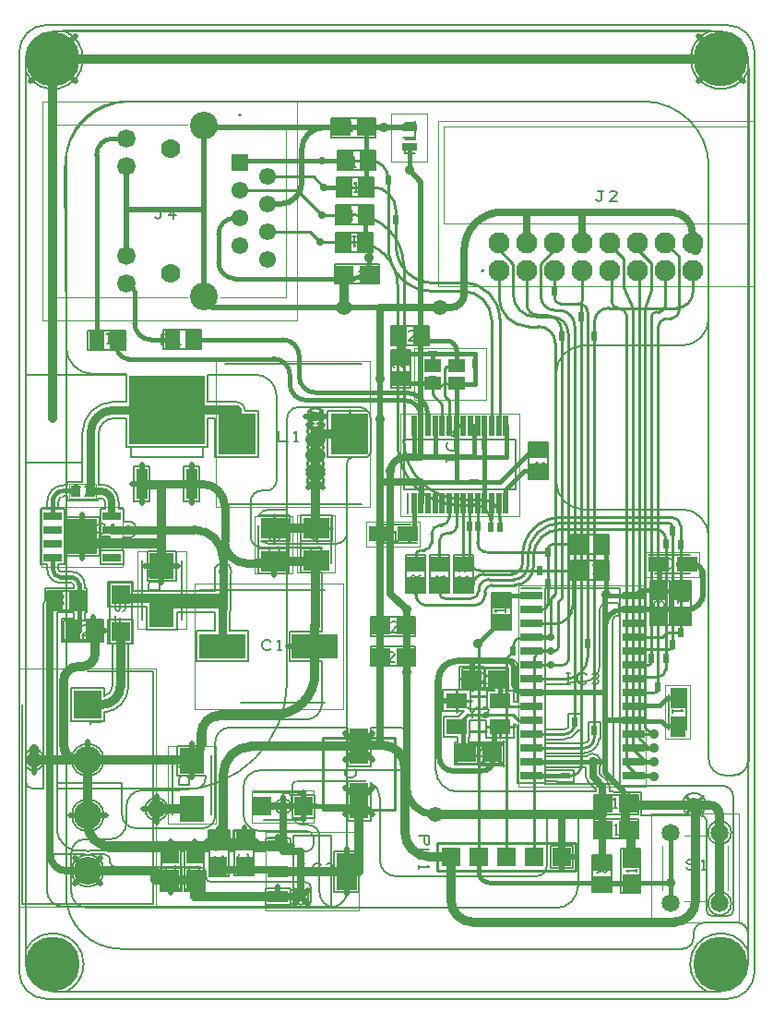
<source format=gbr>
G04 DesignSpark PCB Gerber Version 9.0 Build 5138 *
G04 #@! TF.Part,Single*
G04 #@! TF.FileFunction,Legend,Top *
G04 #@! TF.FilePolarity,Positive *
%FSLAX35Y35*%
%MOIN*%
G04 #@! TA.AperFunction,SMDPad,CuDef*
%ADD131R,0.01172X0.06487*%
%ADD129R,0.01772X0.07087*%
G04 #@! TA.AperFunction,ViaPad*
%ADD76R,0.01890X0.03504*%
%ADD73R,0.02047X0.03504*%
G04 #@! TA.AperFunction,SMDPad,CuDef*
%ADD130R,0.02372X0.07687*%
%ADD92R,0.02471X0.03258*%
%ADD90R,0.03071X0.03858*%
%ADD95R,0.03140X0.09833*%
%ADD91R,0.03671X0.04458*%
%ADD93R,0.03740X0.10433*%
%ADD94R,0.04340X0.11033*%
%ADD101R,0.04500X0.05400*%
%ADD143R,0.04518X0.06487*%
%ADD116R,0.04900X0.05400*%
%ADD99R,0.05100X0.06000*%
%ADD141R,0.05118X0.07087*%
%ADD137R,0.05424X0.05817*%
%ADD114R,0.05500X0.06000*%
%ADD134R,0.05699X0.11802*%
%ADD100R,0.05700X0.06600*%
%ADD142R,0.05718X0.07687*%
%ADD135R,0.06024X0.06417*%
%ADD115R,0.06100X0.06600*%
%ADD113R,0.06290X0.11998*%
%ADD132R,0.06299X0.12402*%
%ADD136R,0.06624X0.07017*%
%ADD111R,0.06890X0.12598*%
%ADD133R,0.06899X0.13002*%
%ADD112R,0.07490X0.13198*%
%ADD161R,0.07865X0.08061*%
%ADD159R,0.08465X0.08661*%
%ADD160R,0.09065X0.09261*%
%ADD84R,0.09636X0.11605*%
%ADD82R,0.10236X0.12205*%
%ADD83R,0.10836X0.12805*%
%ADD140R,0.12589X0.13573*%
%ADD138R,0.13189X0.14173*%
%ADD139R,0.13789X0.14773*%
G04 #@! TA.AperFunction,ComponentPad*
%ADD147R,0.05512X0.05512*%
G04 #@! TA.AperFunction,SMDPad,CuDef*
%ADD165R,0.05700X0.05700*%
G04 #@! TA.AperFunction,ComponentPad*
%ADD162R,0.06000X0.06000*%
%ADD15R,0.06112X0.06112*%
G04 #@! TA.AperFunction,SMDPad,CuDef*
%ADD163R,0.06300X0.06300*%
G04 #@! TA.AperFunction,ComponentPad*
%ADD19R,0.06600X0.06600*%
G04 #@! TA.AperFunction,SMDPad,CuDef*
%ADD164R,0.06900X0.06900*%
G04 #@! TA.AperFunction,ComponentPad*
%ADD106R,0.09449X0.09449*%
%ADD11R,0.10049X0.10049*%
G04 #@! TD.AperFunction*
%ADD85C,0.00197*%
%ADD124C,0.00394*%
%ADD71C,0.00500*%
%ADD86C,0.00787*%
%ADD102C,0.00800*%
%ADD22C,0.00984*%
%ADD20C,0.01000*%
%ADD29C,0.01500*%
%ADD21C,0.01969*%
%ADD27C,0.02126*%
%ADD23C,0.02165*%
%ADD28C,0.02500*%
G04 #@! TA.AperFunction,ViaPad*
%ADD77C,0.02795*%
G04 #@! TD.AperFunction*
%ADD24C,0.03150*%
%ADD25C,0.03346*%
G04 #@! TA.AperFunction,ViaPad*
%ADD26C,0.03543*%
G04 #@! TA.AperFunction,ComponentPad*
%ADD148C,0.05512*%
G04 #@! TA.AperFunction,ViaPad*
%ADD72C,0.05591*%
G04 #@! TA.AperFunction,ComponentPad*
%ADD125C,0.05906*%
G04 #@! TA.AperFunction,WasherPad*
%ADD78C,0.06000*%
G04 #@! TA.AperFunction,ComponentPad*
%ADD149C,0.06024*%
%ADD16C,0.06112*%
%ADD14C,0.06506*%
G04 #@! TA.AperFunction,WasherPad*
%ADD10C,0.06600*%
G04 #@! TA.AperFunction,ComponentPad*
%ADD17C,0.06624*%
%ADD18C,0.06998*%
%ADD123C,0.07087*%
%ADD13C,0.07687*%
%ADD107C,0.09449*%
%ADD12C,0.10049*%
G04 #@! TA.AperFunction,SMDPad,CuDef*
%ADD155R,0.04321X0.01762*%
%ADD81R,0.05404X0.01959*%
%ADD119R,0.06683X0.01959*%
G04 #@! TA.AperFunction,ViaPad*
%ADD74R,0.03504X0.02047*%
%ADD75C,0.19685*%
G04 #@! TA.AperFunction,SMDPad,CuDef*
%ADD153R,0.04921X0.02362*%
%ADD79R,0.06004X0.02559*%
%ADD117R,0.07283X0.02559*%
%ADD154R,0.05521X0.02962*%
%ADD110R,0.06290X0.03140*%
%ADD80R,0.06604X0.03159*%
%ADD118R,0.07883X0.03159*%
%ADD108R,0.06890X0.03740*%
%ADD152R,0.04912X0.03928*%
%ADD158R,0.06487X0.04124*%
%ADD109R,0.07490X0.04340*%
%ADD128R,0.05400X0.04500*%
%ADD122R,0.06487X0.04518*%
%ADD150R,0.05512X0.04528*%
%ADD156R,0.07087X0.04724*%
%ADD146R,0.05400X0.04900*%
%ADD126R,0.06000X0.05100*%
%ADD120R,0.07087X0.05118*%
%ADD151R,0.06112X0.05128*%
%ADD157R,0.07687X0.05324*%
%ADD144R,0.06000X0.05500*%
%ADD127R,0.06600X0.05700*%
%ADD121R,0.07687X0.05718*%
%ADD145R,0.06600X0.06100*%
%ADD105R,0.08258X0.06290*%
%ADD103R,0.08858X0.06890*%
%ADD104R,0.09458X0.07490*%
%ADD89R,0.15739X0.07865*%
%ADD87R,0.16339X0.08465*%
%ADD88R,0.16939X0.09065*%
%ADD98R,0.26172X0.23416*%
%ADD96R,0.26772X0.24016*%
%ADD97R,0.27372X0.24616*%
X0Y0D02*
D02*
D10*
X49856Y68754D03*
D03*
D02*
D11*
X25053Y106549D03*
D03*
D02*
D12*
Y46549D03*
D03*
Y66549D03*
D03*
Y86549D03*
D03*
X66982Y253793D03*
D03*
Y315604D03*
D03*
D02*
D13*
X173675Y263045D03*
D03*
Y273045D03*
D03*
X183675Y263045D03*
D03*
Y273045D03*
D03*
X193675Y263045D03*
D03*
Y273045D03*
D03*
X203675Y263045D03*
D03*
Y273045D03*
D03*
X213675Y263045D03*
D03*
Y273045D03*
D03*
X223675Y263045D03*
D03*
Y273045D03*
D03*
X233675Y263045D03*
D03*
Y273045D03*
D03*
X243675Y263045D03*
D03*
Y273045D03*
D03*
D02*
D14*
X235683Y34699D03*
D03*
Y60289D03*
D03*
X253400Y34699D03*
D03*
Y60289D03*
D03*
D02*
D15*
X79974Y302199D03*
D03*
D02*
D16*
Y272199D03*
D03*
Y282199D03*
D03*
Y292199D03*
D03*
X89974Y267199D03*
D03*
Y277199D03*
D03*
Y287199D03*
D03*
Y297199D03*
D03*
D02*
D17*
X38990Y258557D03*
D03*
Y268557D03*
D03*
Y300841D03*
D03*
Y310841D03*
D03*
D02*
D18*
X54974Y262199D03*
D03*
Y307199D03*
D03*
D02*
D19*
X156313Y51628D03*
D03*
X166313D03*
D03*
X176313D03*
D03*
X186313D03*
D03*
X196313D03*
D03*
D02*
D71*
X2612Y84106D02*
Y17964D01*
G75*
G02X23547Y12848I9843J-5115*
G01*
G75*
G02X17570Y3006I-11093*
G01*
X248678*
G75*
G02X242701Y12848I5115J9843*
G01*
G75*
G02X263636Y17964I11093*
G01*
Y23872*
G75*
G03X259699Y27809I-3937*
G01*
X247888*
G75*
G03X243951Y23872J-3937*
G01*
Y22297*
G75*
G02X240014Y18360I-3937*
G01*
X36864*
G75*
G02X17179Y38045J19685*
G01*
Y302612*
G75*
G02X38833Y324266I21654*
G01*
X225841*
G75*
G02X249463Y300644J-23622*
G01*
Y86864*
G75*
G03X255368Y80959I5906*
G01*
X258518*
G75*
G03X263636Y86077J5118*
G01*
Y334983*
G75*
G02X242913Y339620I-9843J4637*
G01*
G75*
G02X249157Y349463I10880*
G01*
X17091*
G75*
G02X23335Y339620I-4637J-9843*
G01*
G75*
G02X2612Y334983I-10880*
G01*
Y88993*
G75*
G02X9398Y86549I2953J-2443*
G01*
G75*
G02X2612Y84106I-3833*
G01*
Y78596*
G75*
G03X4974Y76234I2362*
G01*
X8970*
Y84791*
G75*
G02X2612Y84106I-3406J1758*
G01*
Y225644D02*
Y88993D01*
G75*
G02X8970Y88307I2953J-2443*
G01*
Y142573*
G75*
G02X9628Y144263I2500*
G01*
Y148398*
X19874*
Y149856*
G75*
G03X19344Y150385I-529*
G01*
X15407*
G75*
G02X10378Y155415J5030*
G01*
Y157150*
X8156*
Y177209*
X10407*
Y179778*
G75*
G02X16344Y185715I5937*
G01*
X17740*
Y186697*
X23055*
Y204384*
G75*
G02X34502Y215831I11447*
G01*
X38961*
Y225644*
X2612*
Y334983D02*
Y193951D01*
X23055*
Y204384*
G75*
G02X34502Y215831I11447*
G01*
X38961*
Y225841*
X27022*
G75*
G02X17179Y235683J9843*
G01*
Y240407*
X16785Y300644*
G75*
G02X40407Y324266I23622*
G01*
X225841*
G75*
G02X249463Y300644J-23622*
G01*
Y245919*
G75*
G02X239620Y236077I-9843*
G01*
X204187*
G75*
G03X194344Y226234J-9843*
G01*
Y186864*
G75*
G03X204187Y177022I9843*
G01*
X239620*
G75*
G02X249463Y167179J-9843*
G01*
Y86864*
G75*
G03X255368Y80959I5906*
G01*
X258124*
G75*
G03X264030Y86864J5906*
G01*
Y335933*
G75*
G02X242913Y339620I-10236J3687*
G01*
G75*
G02X250107Y349856I10880*
G01*
X16141*
G75*
G02X23335Y339620I-3687J-10236*
G01*
G75*
G02X2612Y334983I-10880*
G01*
X10093Y250D02*
X256156D01*
G75*
G03X265998Y10093J9843*
G01*
Y341982*
G75*
G03X256156Y351825I-9843*
G01*
X10093*
G75*
G03X250Y341982J-9843*
G01*
Y10093*
G75*
G03X10093Y250I9843*
G01*
X10289Y52415D02*
Y39423D01*
G75*
G03X16195Y33518I5906*
G01*
X103793*
G75*
G03X105762Y35486J1969*
G01*
Y40407*
G75*
G03X103793Y42376I-1969*
G01*
X69738*
G75*
G02X67770Y44344J1969*
G01*
Y45722*
G75*
G03X67423Y46897I-2165*
G01*
Y39350*
X59848*
Y47425*
X66942*
G75*
G03X65604Y47888I-1338J-1703*
G01*
X34896*
G75*
G02X33124Y49659J1772*
G01*
Y50447*
G75*
G03X31156Y52415I-1969*
G01*
X26185*
G75*
G02X25914Y52246I-924J1182*
G01*
G75*
G02X30815Y46549I-861J-5697*
G01*
G75*
G02X19291I-5762*
G01*
G75*
G02X24193Y52246I5762*
G01*
G75*
G02X23921Y52415I653J1351*
G01*
X10289*
X89272Y40165D02*
X98236D01*
Y34350*
X89272*
Y40165*
X99213Y37061D02*
G75*
G02X104831I2809D01*
G01*
G75*
G02X99213I-2809*
G01*
X51384Y47425D02*
X58959D01*
Y39350*
X51384*
Y47425*
X12455Y3006D02*
X253793D01*
G75*
G03X263636Y12848J9843*
G01*
Y340014*
G75*
G03X254187Y349463I-9449*
G01*
X12455*
G75*
G03X2612Y339620J-9843*
G01*
Y12848*
G75*
G03X12455Y3006I9843*
G01*
X13242Y142723D02*
Y146473D01*
X15430*
X16055Y146161*
X16367Y145535*
X16055Y144911*
X15430Y144598*
X13242*
X15430D02*
X16367Y142723D01*
X18867D02*
X20117D01*
X19492D02*
Y146473D01*
X18867Y145848*
X13970Y78203D02*
Y60540D01*
G75*
G03X19994Y53916I8327J1521*
G01*
X23919*
G75*
G02X24846Y53596I2J-1500*
G01*
X25260*
G75*
G02X26185Y53916I925J-1181*
G01*
X31156*
G75*
G02X32609Y53596J-3469*
G01*
X51384*
Y56425*
X58959*
Y53596*
X59848*
Y56425*
X67423*
Y53596*
X68707*
Y61150*
X76281*
Y53596*
X77762*
Y61346*
X84957*
G75*
G02X81352Y66785I2300J5439*
G01*
Y76825*
G75*
G02X87258Y82730I5906*
G01*
X137455*
G75*
G03X141392Y86667J3937*
G01*
Y94344*
G75*
G03X137455Y98281I-3937*
G01*
X127272*
Y84154*
X118898*
Y98281*
X76431*
G75*
G03X71116Y92967J-5315*
G01*
Y66392*
G75*
G02X66589Y61864I-4528*
G01*
X42376*
G75*
G02X37455Y66785J4921*
G01*
Y78203*
X13970*
X19291Y66549D02*
G75*
G02X30815I5762D01*
G01*
G75*
G02X19291I-5762*
G01*
X13970Y139898D02*
Y76234D01*
X64030*
G75*
G03X67573Y79778J3543*
G01*
Y80906*
X57382*
Y91642*
X67573*
Y96313*
G75*
G02X72297Y101037I4724*
G01*
X103793*
G75*
G03X109699Y106943J5906*
G01*
Y122343*
X97933*
Y132882*
X109699*
Y154035*
X102067*
Y163000*
X109699*
Y163120*
X90211*
G75*
G02X89063Y163242I0J5439*
G01*
X87848*
G75*
G02X83911Y167179J3937*
G01*
Y179778*
G75*
G02X87848Y183715I3937*
G01*
X89423*
G75*
G03X93360Y187652J3937*
G01*
Y217770*
G75*
G03X85486Y225644I-7874*
G01*
X68232*
Y215720*
X78990*
G75*
G02X81913Y212797J-2923*
G01*
Y212524*
X86835*
Y195850*
X71146*
Y209874*
X68232*
Y199539*
X38961*
Y209866*
X34502*
G75*
G03X29020Y204384J-5482*
G01*
Y186018*
X29825*
G75*
G02X36262Y179581J-6437*
G01*
Y177209*
X38014*
Y172504*
X38547*
G75*
G02X42642Y169679I1073J-2825*
G01*
G75*
G02X38547Y166854I-3022*
G01*
X37801*
Y162362*
X29722*
Y166996*
X32878*
G75*
G02X32504Y167150I883J2684*
G01*
X29510*
Y177209*
X31262*
Y179581*
G75*
G03X29825Y181018I-1437*
G01*
X28823*
Y180339*
X17740*
Y181715*
X16344*
G75*
G03X14407Y179778J-1937*
G01*
Y177209*
X16659*
Y157150*
X14437*
Y155415*
G75*
G03X15407Y154445I970*
G01*
X19344*
G75*
G02X23933Y149856J-4589*
G01*
Y148398*
X24730*
Y139898*
X23904*
Y137358*
X30620*
Y129283*
X23443*
Y132044*
G75*
G02X23333Y131922I-1541J1277*
G01*
Y129071*
X15730*
Y137571*
X19904*
Y139898*
X13970*
X86713Y162803D02*
X97646D01*
Y153839*
X86713*
Y162803*
X76500Y133094D02*
X83094D01*
Y122130*
X64256*
Y133094*
X70850*
Y139846*
X57307*
Y133646*
X46343*
Y141815*
X36864*
G75*
G02X36090Y141919J2923*
G01*
X32463*
Y150719*
X41266*
Y147661*
X71047*
Y153508*
G75*
G02X70850Y154581I2825J1073*
G01*
G75*
G02X76894I3022*
G01*
G75*
G02X76697Y153508I-3022*
G01*
Y145491*
G75*
G02X76795Y144738I-2826J-752*
G01*
Y142770*
G75*
G02X76697Y142018I-2922*
G01*
Y141195*
G75*
G02X76500Y140159I-2826*
G01*
Y133094*
X41689Y192476D02*
X47504D01*
Y179969*
X41689*
Y192476*
X46555Y161917D02*
X57094D01*
Y151181*
X46555*
Y161917*
X59689Y192476D02*
X65504D01*
Y179969*
X59689*
Y192476*
X29510Y162209D02*
X38014D01*
Y157150*
X29510*
Y162209*
X32463Y137321D02*
X41266D01*
Y128522*
X39787*
Y113242*
G75*
G02X31028Y103664I-9616*
G01*
Y100575*
X19079*
Y112524*
X31028*
Y109571*
G75*
G03X33941Y113242I-856J3671*
G01*
Y128522*
X32463*
Y137321*
X19291Y86549D02*
G75*
G02X30815I5762D01*
G01*
G75*
G02X19291I-5762*
G01*
X16929Y174319D02*
X29240D01*
Y160039*
X16929*
Y174319*
X18163Y131502D02*
Y135252D01*
X20351*
X20976Y134940*
X21289Y134315*
X20976Y133690*
X20351Y133378*
X18163*
X20351D02*
X21289Y131502D01*
X25663D02*
X23163D01*
X25351Y133690*
X25663Y134315*
X25351Y134940*
X24726Y135252*
X23789*
X23163Y134940*
X19148Y53006D02*
Y38636D01*
G75*
G03X24463Y33321I5315*
G01*
X112848*
G75*
G03X118754Y39226J5906*
G01*
Y193754*
G75*
G02X120722Y195722I1969*
G01*
X125250*
G75*
G03X127219Y197691J1969*
G01*
Y209896*
G75*
G03X123281Y213833I-3937*
G01*
X101037*
G75*
G03X97100Y209896J-3937*
G01*
Y115014*
G75*
G02X57730Y75644I-39370*
G01*
X44935*
G75*
G03X39030Y69738J-5906*
G01*
Y63833*
G75*
G02X33124Y57927I-5906*
G01*
X24069*
G75*
G03X19148Y53006J-4921*
G01*
X104528Y187258D02*
G75*
G02X110146I2809D01*
G01*
G75*
G02X104528I-2809*
G01*
Y193557D02*
G75*
G02X110146I2809D01*
G01*
G75*
G02X104528I-2809*
G01*
Y199266D02*
G75*
G02X110146I2809D01*
G01*
G75*
G02X104528I-2809*
G01*
Y210683D02*
G75*
G02X110146I2809D01*
G01*
G75*
G02X107880Y207927I-2809*
G01*
G75*
G02X110146Y205171I-544J-2756*
G01*
G75*
G02X104528I-2809*
G01*
G75*
G02X106793Y207927I2809*
G01*
G75*
G02X104528Y210683I544J2756*
G01*
X99213Y37061D02*
G75*
G02X104831I2809D01*
G01*
G75*
G02X99213I-2809*
G01*
X92913Y69738D02*
G75*
G02X98531I2809D01*
G01*
G75*
G02X92913I-2809*
G01*
X45819Y68754D02*
G75*
G02X53894I4037D01*
G01*
G75*
G02X45819I-4037*
G01*
X19291Y46549D02*
G75*
G02X30815I5762D01*
G01*
G75*
G02X19291I-5762*
G01*
X22273Y182324D02*
X21960Y182012D01*
X21335Y181699*
X20398*
X19773Y182012*
X19460Y182324*
X19148Y182949*
Y184199*
X19460Y184824*
X19773Y185137*
X20398Y185449*
X21335*
X21960Y185137*
X22273Y184824*
X26648Y181699D02*
X24148D01*
X26335Y183887*
X26648Y184512*
X26335Y185137*
X25710Y185449*
X24773*
X24148Y185137*
X24022Y168117D02*
X25272D01*
X24647D02*
Y171867D01*
X24022D02*
X25272D01*
X31210Y168742D02*
X30897Y168429D01*
X30272Y168117*
X29335*
X28710Y168429*
X28397Y168742*
X28085Y169367*
Y170617*
X28397Y171242*
X28710Y171554*
X29335Y171867*
X30272*
X30897Y171554*
X31210Y171242*
X33710Y168117D02*
X34960D01*
X34335D02*
Y171867D01*
X33710Y171242*
X26616Y106549D02*
X26303Y106237D01*
X25991Y105612*
X26303Y104987*
X26616Y104674*
X29741*
Y104049*
Y104674D02*
Y105924D01*
X25991Y100924D02*
Y99674D01*
Y100299D02*
X29741D01*
X29116Y100924*
X26431Y237014D02*
Y240764D01*
X28619*
X29244Y240452*
X29556Y239827*
X29244Y239202*
X28619Y238889*
X26431*
X28619D02*
X29556Y237014D01*
X32056D02*
X33306D01*
X32681D02*
Y240764D01*
X32056Y240139*
X37994Y237014D02*
Y240764D01*
X36431Y238264*
X38931*
X38683Y135289D02*
X34933D01*
Y138415*
X36807Y137789D02*
Y135289D01*
X37745Y140289D02*
X38370Y140602D01*
X38683Y141227*
Y142477*
X38370Y143102*
X37745Y143415*
X37120Y143102*
X36807Y142477*
Y141227*
X36495Y140602*
X35870Y140289*
X35245Y140602*
X34933Y141227*
Y142477*
X35245Y143102*
X35870Y143415*
X38683Y147789D02*
Y145289D01*
X36495Y147477*
X35870Y147789*
X35245Y147477*
X34933Y146852*
Y145915*
X35245Y145289*
X40864Y128620D02*
Y150620D01*
X32864*
Y128620*
X40864*
X49463Y282521D02*
X49775Y282209D01*
X50400Y281896*
X51025Y282209*
X51338Y282521*
Y285646*
X51963*
X51338D02*
X50088D01*
X56025Y281896D02*
Y285646D01*
X54463Y283146*
X56963*
X50887Y147888D02*
X47137D01*
Y149763*
X47450Y150388*
X47762Y150700*
X48387Y151013*
X49637*
X50262Y150700*
X50575Y150388*
X50887Y149763*
Y147888*
Y155388D02*
Y152888D01*
X48700Y155075*
X48075Y155388*
X47450Y155075*
X47137Y154450*
Y153513*
X47450Y152888*
X51825Y236424D02*
Y240174D01*
X54012*
X54637Y239861*
X54950Y239236*
X54637Y238611*
X54012Y238299*
X51825*
X54012D02*
X54950Y236424D01*
X57450D02*
X58700D01*
X58075D02*
Y240174D01*
X57450Y239549*
X61825Y236736D02*
X62450Y236424D01*
X63387*
X64012Y236736*
X64325Y237361*
Y237674*
X64012Y238299*
X63387Y238611*
X61825*
Y240174*
X64325*
X51517Y202065D02*
X47767D01*
Y203940*
X48080Y204565*
X48392Y204878*
X49017Y205190*
X50267*
X50892Y204878*
X51205Y204565*
X51517Y203940*
Y202065*
Y207690D02*
Y208940D01*
Y208315D02*
X47767D01*
X48392Y207690*
X55971Y44714D02*
X56283Y44401D01*
X56596Y43776*
Y42839*
X56283Y42214*
X55971Y41901*
X55346Y41589*
X54096*
X53471Y41901*
X53158Y42214*
X52846Y42839*
Y43776*
X53158Y44401*
X53471Y44714*
X56596Y47214D02*
Y48464D01*
Y47839D02*
X52846D01*
X53471Y47214*
X56596Y54089D02*
Y51589D01*
X54408Y53776*
X53783Y54089*
X53158Y53776*
X52846Y53151*
Y52214*
X53158Y51589*
X58671Y39888D02*
Y55888D01*
X51671*
Y39888*
X58671*
X61714Y77612D02*
X57964D01*
Y79487*
X58276Y80112*
X58589Y80425*
X59214Y80737*
X60464*
X61089Y80425*
X61402Y80112*
X61714Y79487*
Y77612*
Y84175D02*
X57964D01*
X60464Y82612*
Y85112*
X64829Y48060D02*
X65142Y47748D01*
X65454Y47122*
Y46185*
X65142Y45560*
X64829Y45248*
X64204Y44935*
X62954*
X62329Y45248*
X62017Y45560*
X61704Y46185*
Y47122*
X62017Y47748*
X62329Y48060*
X65454Y49935D02*
X61704Y52435D01*
Y49935*
X67136Y39888D02*
Y55888D01*
X60136*
Y39888*
X67136*
X73687Y51997D02*
X74000Y51685D01*
X74313Y51059*
Y50122*
X74000Y49497*
X73687Y49185*
X73063Y48872*
X71813*
X71187Y49185*
X70875Y49497*
X70563Y50122*
Y51059*
X70875Y51685*
X71187Y51997*
X74313Y54809D02*
X74000Y55435D01*
X73375Y56059*
X72437Y56372*
X71500*
X70875Y56059*
X70563Y55435*
Y54809*
X70875Y54185*
X71500Y53872*
X72125Y54185*
X72437Y54809*
Y55435*
X72125Y56059*
X71500Y56372*
X75994Y44612D02*
Y60612D01*
X68994*
Y44612*
X75994*
X82546Y52391D02*
X82858Y52078D01*
X83171Y51453*
Y50516*
X82858Y49891*
X82546Y49578*
X81921Y49266*
X80671*
X80046Y49578*
X79733Y49891*
X79421Y50516*
Y51453*
X79733Y52078*
X80046Y52391*
X82858Y54266D02*
X83171Y54891D01*
Y55828*
X82858Y56453*
X82233Y56766*
X81921*
X81296Y56453*
X80983Y55828*
Y54266*
X79421*
Y56766*
X85049Y44809D02*
Y60809D01*
X78049*
Y44809*
X85049*
X85337Y61201D02*
Y53596D01*
X89272*
Y58276*
X98236*
Y53596*
X104384*
G75*
G03X106549Y55762J2165*
G01*
Y58715*
G75*
G03X104384Y60880I-2165*
G01*
X87258*
G75*
G02X85337Y61201J5906*
G01*
X87809Y165437D02*
G75*
G03X90211Y164620I2401J3120D01*
G01*
X114817*
G75*
G03X118754Y168557J3937*
G01*
Y193754*
G75*
G02X120722Y195722I1969*
G01*
X125250*
G75*
G03X125948Y195850J1969*
G01*
X111697*
Y212524*
X126213*
G75*
G03X123281Y213833I-2931J-2628*
G01*
X101037*
G75*
G03X97100Y209896J-3937*
G01*
Y176825*
X90211*
G75*
G03X86784Y174827J-3937*
G01*
X97858*
Y165437*
X87809*
X101854Y175024D02*
X113213D01*
Y165634*
X101854*
Y175024*
X104315Y187258D02*
G75*
G02X110358I3022D01*
G01*
G75*
G02X104315I-3022*
G01*
Y210683D02*
G75*
G02X110358I3022D01*
G01*
G75*
G02X108576Y207927I-3022*
G01*
G75*
G02X107978Y202219I-1239J-2756*
G01*
G75*
G02X108328Y196411I-642J-2953*
G01*
G75*
G02X110358Y193557I-992J-2854*
G01*
G75*
G02X104315I-3022*
G01*
G75*
G02X106345Y196411I3022*
G01*
G75*
G02X106695Y202219I992J2854*
G01*
G75*
G02X106098Y207927I642J2953*
G01*
G75*
G02X104315Y210683I1239J2756*
G01*
X91170Y126813D02*
X90858Y126500D01*
X90233Y126187*
X89295*
X88670Y126500*
X88358Y126813*
X88045Y127437*
Y128687*
X88358Y129313*
X88670Y129625*
X89295Y129937*
X90233*
X90858Y129625*
X91170Y129313*
X93670Y126187D02*
X94920D01*
X94295D02*
Y129937D01*
X93670Y129313*
X94148Y205134D02*
Y201384D01*
X97273*
X99773D02*
X101023D01*
X100398D02*
Y205134D01*
X99773Y204509*
X93766Y163611D02*
X94079Y163299D01*
X94391Y162674*
Y161736*
X94079Y161111*
X93766Y160799*
X93141Y160486*
X91891*
X91266Y160799*
X90954Y161111*
X90641Y161736*
Y162674*
X90954Y163299*
X91266Y163611*
X94079Y165799D02*
X94391Y166424D01*
Y167049*
X94079Y167674*
X93454Y167986*
X92829Y167674*
X92516Y167049*
Y166424*
Y167049D02*
X92204Y167674D01*
X91579Y167986*
X90954Y167674*
X90641Y167049*
Y166424*
X90954Y165799*
X95526Y70676D02*
Y74426D01*
X97401*
X98026Y74113*
X98338Y73801*
X98651Y73176*
Y71926*
X98338Y71301*
X98026Y70988*
X97401Y70676*
X95526*
X100838Y70988D02*
X101463Y70676D01*
X102088*
X102713Y70988*
X103026Y71613*
X102713Y72238*
X102088Y72551*
X101463*
X102088D02*
X102713Y72863D01*
X103026Y73488*
X102713Y74113*
X102088Y74426*
X101463*
X100838Y74113*
X98872Y66982D02*
G75*
G03X98957Y66170I3936D01*
G01*
Y73984*
X107055*
Y65492*
X99165*
G75*
G03X102809Y63045I3644J1490*
G01*
X104778*
G75*
G02X108715Y59108J-3937*
G01*
Y39030*
G75*
G03X114620Y33124I5906*
G01*
X194344*
G75*
G03X202219Y40998J7874*
G01*
Y67573*
X190998*
Y48478*
G75*
G02X187061Y44541I-3937*
G01*
X136470*
G75*
G02X130565Y50447J5906*
G01*
Y73085*
G75*
G03X127272Y78381I-5906*
G01*
Y64469*
X118898*
Y78945*
X125389*
G75*
G03X124659Y78990I-730J-5861*
G01*
X100841*
G75*
G03X98872Y77022J-1969*
G01*
Y66982*
X192276Y55665D02*
X200350D01*
Y47591*
X192276*
Y55665*
X114075Y53650D02*
X123039D01*
Y38976*
X114075*
Y53650*
X102172Y45282D02*
X103422D01*
X102797D02*
Y49032D01*
X102172D02*
X103422D01*
X109359Y45907D02*
X109047Y45594D01*
X108422Y45282*
X107484*
X106859Y45594*
X106547Y45907*
X106234Y46532*
Y47782*
X106547Y48407*
X106859Y48720*
X107484Y49032*
X108422*
X109047Y48720*
X109359Y48407*
X113734Y45282D02*
X111234D01*
X113422Y47470*
X113734Y48094*
X113422Y48720*
X112797Y49032*
X111859*
X111234Y48720*
X108727Y163415D02*
X109039Y163102D01*
X109352Y162477*
Y161539*
X109039Y160915*
X108727Y160602*
X108102Y160289*
X106852*
X106227Y160602*
X105914Y160915*
X105602Y161539*
Y162477*
X105914Y163102*
X106227Y163415*
X109352Y166852D02*
X105602D01*
X108102Y165289*
Y167789*
X116761Y314017D02*
X116448Y313705D01*
X115823Y313392*
X114886*
X114261Y313705*
X113948Y314017*
X113636Y314642*
Y315892*
X113948Y316517*
X114261Y316830*
X114886Y317142*
X115823*
X116448Y316830*
X116761Y316517*
X119261Y313392D02*
X120511D01*
X119886D02*
Y317142D01*
X119261Y316517*
X124573Y313392D02*
X125198Y313705D01*
X125823Y314330*
X126136Y315267*
Y316205*
X125823Y316830*
X125198Y317142*
X124573*
X123948Y316830*
X123636Y316205*
X123948Y315580*
X124573Y315267*
X125198*
X125823Y315580*
X126136Y316205*
X115211Y300597D02*
Y304347D01*
X117398*
X118023Y304035*
X118336Y303409*
X118023Y302785*
X117398Y302472*
X115211*
X117398D02*
X118336Y300597D01*
X120836D02*
X122086D01*
X121461D02*
Y304347D01*
X120836Y303722*
X127711Y300597D02*
X125211D01*
X127398Y302785*
X127711Y303409*
X127398Y304035*
X126773Y304347*
X125836*
X125211Y304035*
X115801Y291542D02*
Y295292D01*
X117989*
X118614Y294980*
X118926Y294354*
X118614Y293730*
X117989Y293417*
X115801*
X117989D02*
X118926Y291542D01*
X121426D02*
X122676D01*
X122051D02*
Y295292D01*
X121426Y294667*
X126114Y291854D02*
X126739Y291542D01*
X127364*
X127989Y291854*
X128301Y292480*
X127989Y293104*
X127364Y293417*
X126739*
X127364D02*
X127989Y293730D01*
X128301Y294354*
X127989Y294980*
X127364Y295292*
X126739*
X126114Y294980*
X121285Y83226D02*
X121598Y82914D01*
X121911Y82289*
Y81351*
X121598Y80726*
X121285Y80414*
X120661Y80101*
X119411*
X118785Y80414*
X118473Y80726*
X118161Y81351*
Y82289*
X118473Y82914*
X118785Y83226*
X121911Y85726D02*
Y86976D01*
Y86351D02*
X118161D01*
X118785Y85726*
X120973Y90101D02*
X120348Y90414D01*
X120035Y91039*
Y91664*
X120348Y92289*
X120973Y92601*
X121598Y92289*
X121911Y91664*
Y91039*
X121598Y90414*
X120973Y90101*
X120035*
X119098Y90414*
X118473Y91039*
X118161Y91664*
X126431Y284943D02*
Y281193D01*
X124244*
X123619Y281505*
X123306Y282130*
X123619Y282755*
X124244Y283067*
X126431*
X124244D02*
X123306Y284943D01*
X120806D02*
X119556D01*
X120181D02*
Y281193D01*
X120806Y281817*
X115806Y284943D02*
X114556D01*
X115181D02*
Y281193D01*
X115806Y281817*
X127612Y275691D02*
Y271941D01*
X125425*
X124800Y272253*
X124487Y272878*
X124800Y273503*
X125425Y273815*
X127612*
X125425D02*
X124487Y275691D01*
X121987D02*
X120737D01*
X121362D02*
Y271941D01*
X121987Y272565*
X117300Y275378D02*
X116675Y275691D01*
X116050*
X115425Y275378*
X115112Y274753*
Y272878*
X115425Y272253*
X116050Y271941*
X116675*
X117300Y272253*
X117612Y272878*
Y274753*
X117300Y275378*
X115425Y272253*
X131722Y122482D02*
X131409Y122169D01*
X130784Y121857*
X129846*
X129222Y122169*
X128909Y122482*
X128596Y123107*
Y124357*
X128909Y124982*
X129222Y125294*
X129846Y125607*
X130784*
X131409Y125294*
X131722Y124982*
X136096Y121857D02*
X133596D01*
X135784Y124044*
X136096Y124669*
X135784Y125294*
X135159Y125607*
X134222*
X133596Y125294*
X140159Y121857D02*
Y125607D01*
X138596Y123107*
X141096*
X129116Y318317D02*
X113116D01*
Y311317*
X129116*
Y318317*
X132706Y133309D02*
X132393Y132996D01*
X131768Y132683*
X130831*
X130206Y132996*
X129893Y133309*
X129581Y133933*
Y135183*
X129893Y135809*
X130206Y136121*
X130831Y136433*
X131768*
X132393Y136121*
X132706Y135809*
X137081Y132683D02*
X134581D01*
X136768Y134871*
X137081Y135496*
X136768Y136121*
X136143Y136433*
X135206*
X134581Y136121*
X139581Y132996D02*
X140206Y132683D01*
X141143*
X141768Y132996*
X142081Y133621*
Y133933*
X141768Y134559*
X141143Y134871*
X139581*
Y136433*
X142081*
X126672Y262073D02*
X126985Y262386D01*
X127610Y262698*
X128547*
X129172Y262386*
X129485Y262073*
X129797Y261448*
Y260198*
X129485Y259573*
X129172Y259261*
X128547Y258948*
X127610*
X126985Y259261*
X126672Y259573*
X124172Y262698D02*
X122922D01*
X123547D02*
Y258948D01*
X124172Y259573*
X119797Y262386D02*
X119172Y262698D01*
X118235*
X117610Y262386*
X117297Y261761*
Y261448*
X117610Y260823*
X118235Y260511*
X119797*
Y258948*
X117297*
X133100Y166183D02*
X132787Y165870D01*
X132162Y165557*
X131224*
X130600Y165870*
X130287Y166183*
X129974Y166807*
Y168057*
X130287Y168683*
X130600Y168995*
X131224Y169307*
X132162*
X132787Y168995*
X133100Y168683*
X135600Y165557D02*
X136850D01*
X136224D02*
Y169307D01*
X135600Y168683*
X140912Y167433D02*
X141537D01*
X142162Y167745*
X142474Y168370*
X142162Y168995*
X141537Y169307*
X140912*
X140287Y168995*
X139974Y168370*
X140287Y167745*
X140912Y167433*
X140287Y167120*
X139974Y166495*
X140287Y165870*
X140912Y165557*
X141537*
X142162Y165870*
X142474Y166495*
X142162Y167120*
X141537Y167433*
X130297Y265364D02*
X114297D01*
Y258364*
X130297*
Y265364*
X139005Y238427D02*
X138693Y238114D01*
X138067Y237802*
X137130*
X136505Y238114*
X136193Y238427*
X135880Y239052*
Y240302*
X136193Y240927*
X136505Y241239*
X137130Y241552*
X138067*
X138693Y241239*
X139005Y240927*
X143380Y237802D02*
X140880D01*
X143067Y239989*
X143380Y240614*
X143067Y241239*
X142443Y241552*
X141505*
X140880Y241239*
X146193Y238114D02*
X146817Y237802D01*
X147443*
X148067Y238114*
X148380Y238739*
Y240614*
X148067Y241239*
X147443Y241552*
X146817*
X146193Y241239*
X145880Y240614*
Y238739*
X146193Y238114*
X148067Y241239*
X138451Y226210D02*
X138764Y225897D01*
X139076Y225272*
Y224335*
X138764Y223710*
X138451Y223397*
X137826Y223085*
X136576*
X135951Y223397*
X135639Y223710*
X135326Y224335*
Y225272*
X135639Y225897*
X135951Y226210*
X139076Y230585D02*
Y228085D01*
X136889Y230272*
X136264Y230585*
X135639Y230272*
X135326Y229647*
Y228710*
X135639Y228085*
X139076Y233710D02*
Y234960D01*
Y234335D02*
X135326D01*
X135951Y233710*
X143486Y127372D02*
X127486D01*
Y120372*
X143486*
Y127372*
Y138199D02*
X127486D01*
Y131199*
X143486*
Y138199*
X144750Y59128D02*
X148500D01*
Y56941*
X148188Y56315*
X147563Y56003*
X146938Y56315*
X146626Y56941*
Y59128*
X148500Y54128D02*
X144750D01*
Y51003*
Y48503D02*
Y47253D01*
Y47878D02*
X148500D01*
X147876Y48503*
X143407Y305368D02*
X139657D01*
Y308493*
X141532Y307868D02*
Y305368D01*
X139657Y310368D02*
X143407D01*
Y313493*
Y315993D02*
Y317243D01*
Y316618D02*
X139657D01*
X140282Y315993*
X145376Y150053D02*
X141626D01*
Y152241*
X141938Y152866*
X142563Y153178*
X143188Y152866*
X143500Y152241*
Y150053*
Y152241D02*
X145376Y153178D01*
X144438Y155053D02*
X143813Y155366D01*
X143500Y155991*
Y156616*
X143813Y157241*
X144438Y157553*
X145063Y157241*
X145376Y156616*
Y155991*
X145063Y155366*
X144438Y155053*
X143500*
X142563Y155366*
X141938Y155991*
X141626Y156616*
X150841Y82927D02*
G75*
G03X158715Y75053I7874D01*
G01*
X208577*
Y75986*
X205766Y78797*
G75*
G02X205033Y80565I1768J1768*
G01*
Y83742*
X190280*
Y82742*
X194689*
Y83016*
X200693*
Y78469*
X194689*
Y78742*
X190280*
Y78213*
X180496*
Y98836*
G75*
G02X179184Y99427I69J1906*
G01*
X179043Y99574*
Y94685*
X169094*
Y100902*
X163245*
X163114Y100771*
Y94866*
X162683*
Y92833*
X166142*
Y84833*
X157642*
Y92833*
X158683*
Y94866*
X153528*
Y102091*
X159039*
X161082Y104134*
X153346*
Y111720*
X163295*
Y104717*
X169276*
Y111539*
X172069*
Y111998*
X168610*
Y119998*
X177110*
Y111998*
X176069*
Y111539*
X178862*
Y107650*
X180496*
Y108031*
X180315*
Y113453*
X180496*
Y120999*
G75*
G03X178392Y122839I-3474J-1852*
G01*
X176520*
Y123085*
X158518*
G75*
G03X150841Y115407J-7677*
G01*
Y82927*
X166461Y93014D02*
X175323D01*
Y84652*
X166461*
Y93014*
X159429Y120179D02*
X168291D01*
Y111817*
X159429*
Y120179*
X154037Y149856D02*
X150287D01*
Y152044*
X150599Y152669*
X151224Y152981*
X151849Y152669*
X152162Y152044*
Y149856*
Y152044D02*
X154037Y152981D01*
Y154856D02*
X150287Y157356D01*
Y154856*
X154396Y224903D02*
Y223028D01*
X155959Y221153*
X154396Y223028D02*
X152833Y221153D01*
X148459Y224903D02*
X150959D01*
X148771Y222715*
X148459Y222091*
X148771Y221465*
X149396Y221153*
X150333*
X150959Y221465*
X158392Y85333D02*
X174392D01*
Y92333*
X158392*
Y85333*
X158565Y194101D02*
Y195351D01*
Y194726D02*
X154815D01*
Y194101D02*
Y195351D01*
X157939Y201289D02*
X158252Y200976D01*
X158565Y200351*
Y199413*
X158252Y198789*
X157939Y198476*
X157315Y198163*
X156065*
X155439Y198476*
X155127Y198789*
X154815Y199413*
Y200351*
X155127Y200976*
X155439Y201289*
X158565Y204726D02*
X154815D01*
X157315Y203163*
Y205663*
X163415Y88624D02*
X163102Y88311D01*
X162477Y87998*
X161539*
X160915Y88311*
X160602Y88624*
X160289Y89248*
Y90498*
X160602Y91124*
X160915Y91436*
X161539Y91748*
X162477*
X163102Y91436*
X163415Y91124*
X167789Y87998D02*
X165289D01*
X167477Y90186*
X167789Y90811*
X167477Y91436*
X166852Y91748*
X165915*
X165289Y91436*
X170602Y88311D02*
X171227Y87998D01*
X171852*
X172477Y88311*
X172789Y88936*
X172477Y89561*
X171852Y89874*
X171227*
X171852D02*
X172477Y90186D01*
X172789Y90811*
X172477Y91436*
X171852Y91748*
X171227*
X170602Y91436*
X164989Y114805D02*
X164677Y114492D01*
X164052Y114180*
X163114*
X162489Y114492*
X162177Y114805*
X161864Y115430*
Y116680*
X162177Y117305*
X162489Y117617*
X163114Y117930*
X164052*
X164677Y117617*
X164989Y117305*
X169364Y114180D02*
X166864D01*
X169052Y116367*
X169364Y116992*
X169052Y117617*
X168427Y117930*
X167489*
X166864Y117617*
X174364Y114180D02*
X171864D01*
X174052Y116367*
X174364Y116992*
X174052Y117617*
X173427Y117930*
X172489*
X171864Y117617*
X164017Y101778D02*
Y103653D01*
X162455Y105528*
X164017Y103653D02*
X165580Y105528D01*
X167767Y102091D02*
X168392Y101778D01*
X169017*
X169642Y102091*
X169955Y102716*
X169642Y103341*
X169017Y103653*
X168392*
X169017D02*
X169642Y103966D01*
X169955Y104591*
X169642Y105216*
X169017Y105528*
X168392*
X167767Y105216*
X162305Y149659D02*
X158555D01*
Y151847*
X158867Y152472*
X159492Y152785*
X160117Y152472*
X160430Y151847*
Y149659*
Y151847D02*
X162305Y152785D01*
X160430Y155597D02*
Y156222D01*
X160117Y156847*
X159492Y157159*
X158867Y156847*
X158555Y156222*
Y155597*
X158867Y154972*
X159492Y154659*
X160117Y154972*
X160430Y155597*
X160742Y154972*
X161367Y154659*
X161992Y154972*
X162305Y155597*
Y156222*
X161992Y156847*
X161367Y157159*
X160742Y156847*
X160430Y156222*
X176360Y119498D02*
X160360D01*
Y112498*
X176360*
Y119498*
X175887Y134305D02*
X172137D01*
Y136493*
X172450Y137118*
X173075Y137430*
X173700Y137118*
X174012Y136493*
Y134305*
Y136493D02*
X175887Y137430D01*
Y139930D02*
Y141180D01*
Y140555D02*
X172137D01*
X172762Y139930*
X174950Y144305D02*
X174325Y144618D01*
X174012Y145243*
Y145868*
X174325Y146493*
X174950Y146805*
X175575Y146493*
X175887Y145868*
Y145243*
X175575Y144618*
X174950Y144305*
X174012*
X173075Y144618*
X172450Y145243*
X172137Y145868*
X190280Y88992D02*
Y87742D01*
X205269*
G75*
G02X210033Y84045I2265J-2000*
G01*
Y81600*
X212844Y78789*
G75*
G02X213577Y77022I-1768J-1768*
G01*
Y75053*
X215014*
G75*
G02X216189Y74707J-2165*
G01*
X224929*
Y66392*
X242611*
G75*
G02X239921Y70329I1537J3937*
G01*
G75*
G02X248374I4226*
G01*
G75*
G02X245685Y66392I-4226*
G01*
X246707*
G75*
G02X248675Y64423J-1969*
G01*
Y32140*
G75*
G03X250644Y30171I1969*
G01*
X256352*
G75*
G03X258321Y32140J1969*
G01*
Y73281*
G75*
G03X254384Y77219I-3937*
G01*
X217179*
G75*
G02X215014Y79384J2165*
G01*
X214817Y121904*
Y137258*
G75*
G02X215998Y138439I1181*
G01*
X216392*
G75*
G03X217126Y138695J1181*
G01*
Y142907*
G75*
G03X216392Y143163I-734J-925*
G01*
X212900*
G75*
G02X211954Y143110I-641J2953*
G01*
G75*
G03X210093Y140801I500J-2309*
G01*
Y120722*
G75*
G02X204187Y114817I-5906*
G01*
X201631*
G75*
G02X197691Y113992I-3940J8997*
G01*
X190280*
Y113453*
X190461*
Y108031*
X190280*
Y97492*
X197100*
G75*
G03X198762Y98257J2187*
G01*
Y103254*
X203313*
Y97246*
X202241*
G75*
G02X197100Y93992I-5140J2433*
G01*
X190280*
Y92492*
X204187*
G75*
G03X206296Y94098J2187*
G01*
X205850*
Y100102*
X210398*
Y94098*
X209844*
G75*
G02X204187Y88992I-5657J581*
G01*
X190280*
X249197Y34699D02*
G75*
G02X257602I4203D01*
G01*
G75*
G02X249197I-4203*
G01*
Y60289D02*
G75*
G02X257602I4203D01*
G01*
G75*
G02X249197I-4203*
G01*
X190061Y190801D02*
X186311D01*
Y192989*
X186623Y193614*
X187248Y193926*
X187873Y193614*
X188185Y192989*
Y190801*
Y192989D02*
X190061Y193926D01*
Y196739D02*
X189748Y197364D01*
X189123Y197989*
X188185Y198301*
X187248*
X186623Y197989*
X186311Y197364*
Y196739*
X186623Y196114*
X187248Y195801*
X187873Y196114*
X188185Y196739*
Y197364*
X187873Y197989*
X187248Y198301*
X198038Y113983D02*
X199288D01*
X198663D02*
Y117733D01*
X198038D02*
X199288D01*
X205226Y114608D02*
X204913Y114295D01*
X204288Y113983*
X203350*
X202726Y114295*
X202413Y114608*
X202100Y115233*
Y116483*
X202413Y117108*
X202726Y117420*
X203350Y117733*
X204288*
X204913Y117420*
X205226Y117108*
X207413Y114295D02*
X208038Y113983D01*
X208663*
X209288Y114295*
X209600Y114920*
X209288Y115545*
X208663Y115858*
X208038*
X208663D02*
X209288Y116170D01*
X209600Y116795*
X209288Y117420*
X208663Y117733*
X208038*
X207413Y117420*
X202219Y153550D02*
Y157300D01*
X204406*
X205031Y156987*
X205344Y156362*
X205031Y155737*
X204406Y155425*
X202219*
X204406D02*
X205344Y153550D01*
X207531Y153862D02*
X208156Y153550D01*
X208781*
X209406Y153862*
X209719Y154487*
X209406Y155112*
X208781Y155425*
X208156*
X208781D02*
X209406Y155737D01*
X209719Y156362*
X209406Y156987*
X208781Y157300*
X208156*
X207531Y156987*
X203006Y162211D02*
Y165961D01*
X205193*
X205819Y165649*
X206131Y165024*
X205819Y164399*
X205193Y164086*
X203006*
X205193D02*
X206131Y162211D01*
X209569D02*
Y165961D01*
X208006Y163461*
X210506*
X207998Y58167D02*
X223998D01*
Y65167*
X207998*
Y58167*
Y67026D02*
X223998D01*
Y74026*
X207998*
Y67026*
X209061Y48872D02*
X212811D01*
Y46685*
X212499Y46059*
X211874Y45747*
X211249Y46059*
X210937Y46685*
Y48872*
Y46685D02*
X209061Y45747D01*
X209374Y43872D02*
X209061Y43247D01*
Y42309*
X209374Y41685*
X209999Y41372*
X210311*
X210937Y41685*
X211249Y42309*
Y43872*
X212811*
Y41372*
X208675Y288880D02*
X208988Y288567D01*
X209613Y288254*
X210238Y288567*
X210550Y288880*
Y292004*
X211175*
X210550D02*
X209300D01*
X216175Y288254D02*
X213675D01*
X215863Y290442*
X216175Y291067*
X215863Y291692*
X215238Y292004*
X214300*
X213675Y291692*
X212627Y69726D02*
X212315Y69413D01*
X211689Y69101*
X210752*
X210127Y69413*
X209815Y69726*
X209502Y70351*
Y71601*
X209815Y72226*
X210127Y72539*
X210752Y72851*
X211689*
X212315Y72539*
X212627Y72226*
X215127Y69101D02*
X216377D01*
X215752D02*
Y72851D01*
X215127Y72226*
X221065Y69101D02*
Y72851D01*
X219502Y70351*
X222002*
X213021Y60277D02*
X212708Y59965D01*
X212083Y59652*
X211146*
X210521Y59965*
X210208Y60277*
X209896Y60902*
Y62152*
X210208Y62777*
X210521Y63090*
X211146Y63402*
X212083*
X212708Y63090*
X213021Y62777*
X215521Y59652D02*
X216771D01*
X216146D02*
Y63402D01*
X215521Y62777*
X219896Y59652D02*
X222396Y63402D01*
X219896*
X222703Y43533D02*
X223016Y43220D01*
X223328Y42595*
Y41657*
X223016Y41033*
X222703Y40720*
X222078Y40407*
X220828*
X220203Y40720*
X219891Y41033*
X219578Y41657*
Y42595*
X219891Y43220*
X220203Y43533*
X223328Y46033D02*
Y47283D01*
Y46657D02*
X219578D01*
X220203Y46033*
X223016Y50720D02*
X223328Y51345D01*
Y51970*
X223016Y52595*
X222391Y52907*
X220516*
X219891Y52595*
X219578Y51970*
Y51345*
X219891Y50720*
X220516Y50407*
X222391*
X223016Y50720*
X219891Y52595*
X224813Y38510D02*
Y54510D01*
X217813*
Y38510*
X224813*
X228246Y151163D02*
Y135163D01*
X235246*
Y151163*
X228246*
X230159Y145747D02*
X229846Y146059D01*
X229534Y146685*
Y147622*
X229846Y148247*
X230159Y148559*
X230784Y148872*
X232034*
X232659Y148559*
X232972Y148247*
X233284Y147622*
Y146685*
X232972Y146059*
X232659Y145747*
X231409Y142935D02*
Y142309D01*
X231722Y141685*
X232346Y141372*
X232972Y141685*
X233284Y142309*
Y142935*
X232972Y143559*
X232346Y143872*
X231722Y143559*
X231409Y142935*
X231096Y143559*
X230472Y143872*
X229846Y143559*
X229534Y142935*
Y142309*
X229846Y141685*
X230472Y141372*
X231096Y141685*
X231409Y142309*
X236249Y156143D02*
X235937Y155831D01*
X235311Y155518*
X234374*
X233749Y155831*
X233437Y156143*
X233124Y156768*
Y158018*
X233437Y158643*
X233749Y158956*
X234374Y159268*
X235311*
X235937Y158956*
X236249Y158643*
X238124Y156456D02*
X238437Y157081D01*
X239061Y157393*
X239687*
X240311Y157081*
X240624Y156456*
X240311Y155831*
X239687Y155518*
X239061*
X238437Y155831*
X238124Y156456*
Y157393*
X238437Y158331*
X239061Y158956*
X239687Y159268*
X237049Y107361D02*
X236736Y107674D01*
X236424Y108299*
Y109236*
X236736Y109861*
X237049Y110174*
X237674Y110486*
X238924*
X239549Y110174*
X239861Y109861*
X240174Y109236*
Y108299*
X239861Y107674*
X239549Y107361*
X236424Y104861D02*
Y103611D01*
Y104236D02*
X240174D01*
X239549Y104861*
X236736Y100174D02*
X236424Y99549D01*
Y98924*
X236736Y98299*
X237361Y97986*
X237986Y98299*
X238299Y98924*
Y99549*
Y98924D02*
X238611Y98299D01*
X239236Y97986*
X239861Y98299*
X240174Y98924*
Y99549*
X239861Y100174*
X236120Y151163D02*
Y135163D01*
X243120*
Y151163*
X236120*
X238820Y146928D02*
X238508Y147241D01*
X238195Y147866*
Y148803*
X238508Y149428*
X238820Y149741*
X239445Y150053*
X240695*
X241320Y149741*
X241633Y149428*
X241945Y148803*
Y147866*
X241633Y147241*
X241320Y146928*
X238195Y144428D02*
Y143178D01*
Y143803D02*
X241945D01*
X241320Y144428*
X238195Y139428D02*
Y138178D01*
Y138803D02*
X241945D01*
X241320Y139428*
X241392Y47794D02*
X241704Y47169D01*
X242329Y46857*
X243579*
X244204Y47169*
X244517Y47794*
X244204Y48419*
X243579Y48732*
X242329*
X241704Y49044*
X241392Y49669*
X241704Y50294*
X242329Y50607*
X243579*
X244204Y50294*
X244517Y49669*
X247017Y46857D02*
X248267D01*
X247642D02*
Y50607D01*
X247017Y49982*
D02*
D20*
X79974Y292199D02*
X100644D01*
X109522Y283321*
X89974Y277199D02*
X105171D01*
X89974D02*
X105368D01*
X108892Y273675*
Y273478*
X117563*
X89974Y297199D02*
X106549D01*
X110289Y293360*
X92179Y167187D02*
Y165187D01*
Y173077D02*
Y175077D01*
X96108Y170132D02*
X98108D01*
X103604Y170329D02*
X101604D01*
X106437Y186359D02*
X105023Y184944D01*
X106437Y188157D02*
X105023Y189571D01*
X106437Y192658D02*
X105023Y191244D01*
X106437Y194456D02*
X105023Y195870D01*
X106437Y198367D02*
X105023Y196952D01*
X106437Y200165D02*
X105023Y201579D01*
X106437Y204272D02*
X105023Y202858D01*
X106437Y206070D02*
X105023Y207485D01*
X106437Y209784D02*
X105023Y208370D01*
X106437Y211582D02*
X105023Y212996D01*
X107533Y167384D02*
Y165384D01*
Y173274D02*
Y175274D01*
X108236Y186359D02*
X109650Y184944D01*
X108236Y188157D02*
X109650Y189571D01*
X108236Y192658D02*
X109650Y191244D01*
X108236Y194456D02*
X109650Y195870D01*
X108236Y198367D02*
X109650Y196952D01*
X108236Y200165D02*
X109650Y201579D01*
X108236Y204272D02*
X109650Y202858D01*
X108236Y206070D02*
X109650Y207485D01*
X108236Y209784D02*
X109650Y208370D01*
X108236Y211582D02*
X109650Y212996D01*
X108892Y273478D02*
X121313D01*
G75*
G02X137061Y257730J-15748*
G01*
Y200644*
G75*
G03X159108Y178596I22047*
G01*
X164620*
G75*
G02X170722Y172494J-6102*
G01*
Y170526*
X109522Y283321D02*
X120722D01*
G75*
G02X139226Y264817J-18504*
G01*
Y202022*
G75*
G03X160683Y180565I21457*
G01*
X167376*
G75*
G02X174069Y173872J-6693*
G01*
Y170526*
X110388Y293360D02*
X117957D01*
X111463Y170329D02*
X113463D01*
X113447Y204187D02*
X111447D01*
X117760Y283321D02*
X109719D01*
X118754Y68557D02*
X110093D01*
Y94541*
X118754*
X119541Y210774D02*
Y212774D01*
X123234Y63839D02*
G75*
G02Y63457J-191D01*
G01*
Y63839D02*
G75*
G02Y63457J-191D01*
G01*
G75*
G02Y63839J191*
G01*
X127415Y68557D02*
X136077D01*
Y94541*
X127415*
X133715Y295722D02*
Y296116D01*
G75*
G03X126825Y303006I-6890*
G01*
X109699*
X136470Y281549D02*
Y284699D01*
G75*
G03X127809Y293360I-8661*
G01*
X110289*
X143557Y157346D02*
Y160289D01*
G75*
G02X145526Y162258I1969*
G01*
X146510*
G75*
G03X149266Y165014J2756*
G01*
Y168163*
G75*
G02X152415Y171313I3150*
G01*
X152907*
G75*
G03X155663Y174069J2756*
G01*
Y179187*
X149659Y222691D02*
Y218459D01*
X153104Y215014*
Y207140*
X155663D02*
Y216293D01*
X153990Y217967*
Y227809*
X154581Y228400*
X157730*
X158321Y228990*
X158222Y179187D02*
Y170526D01*
G75*
G02X156254Y168557I-1969*
G01*
X155171*
G75*
G03X152022Y165407J-3150*
G01*
Y157346*
X152219*
X160781Y179187D02*
X160683D01*
Y157346*
X163045Y170722D02*
Y179187D01*
X163341*
X165900Y170722D02*
Y179187D01*
X166313Y51628D02*
Y128006D01*
X165919Y128400*
X169148Y96904D02*
X163242D01*
X169148Y109502D02*
X163242D01*
X170722Y170526D02*
Y173085D01*
X171116Y173478*
Y178498*
X171018Y178596*
Y179187*
Y207140D02*
Y245329D01*
G75*
G03X160585Y255762I-10433*
G01*
X149463*
G75*
G02X133715Y271510J15748*
G01*
Y295722*
X173577Y179187D02*
X174069Y178695D01*
X173675Y177809*
X173577Y207140D02*
X173872D01*
Y245919*
G75*
G03X161077Y258715I-12795*
G01*
X149856*
G75*
G02X136470Y272100J13386*
G01*
Y281549*
X173675Y273045D02*
Y270722D01*
X178793Y265604*
Y254581*
G75*
G03X186864Y246510I8071*
G01*
X192770*
G75*
G02X198675Y240604J-5906*
G01*
Y122691*
G75*
G02X196707Y120722I-1969*
G01*
X192179*
X174069Y170526D02*
Y172888D01*
X173675Y173281*
Y179089*
X173577Y179187*
X174392Y111494D02*
G75*
G02X174856I232D01*
G01*
X174392D02*
G75*
G02X174856I232D01*
G01*
G75*
G02X174392I-232*
G01*
X176313Y51628D02*
Y123360D01*
X178793Y125841*
Y127809*
G75*
G02X181726Y130742I2933*
G01*
X185388*
Y90742D02*
X204187D01*
G75*
G03X208124Y94679J3937*
G01*
Y97100*
X185388Y95742D02*
X197100D01*
G75*
G03X201037Y99679J3937*
G01*
Y100250*
X185388Y100742D02*
Y100841D01*
X180565*
X178596Y102809*
X162455*
X159502Y99856*
Y98478*
X158321*
X185388Y105742D02*
X185033D01*
X185014Y105762*
X176431*
X174266Y107927*
X174069*
X185388Y115742D02*
X197691D01*
G75*
G03X205762Y123813J8071*
G01*
Y128400*
X185388Y120742D02*
X190801D01*
Y120722*
X192179*
X186313Y51628D02*
Y122100D01*
G75*
G02X190250Y126037I3937*
G01*
X190604*
X190801Y125841*
X192179*
X188439Y154974D02*
X166589D01*
G75*
G02X163045Y158518J3543*
G01*
Y170722*
X191195Y150250D02*
Y142514D01*
G75*
G02X189423Y140742I-1772*
G01*
X185388*
X191195Y161470D02*
X169344D01*
G75*
G02X165900Y164915J3445*
G01*
Y170722*
X191195Y161470D02*
Y150250D01*
X192179Y125841D02*
X193754D01*
G75*
G03X195132Y127219J1378*
G01*
Y143754*
X196313Y144935*
Y239423*
X192179Y125841D02*
X188439D01*
Y125742*
X185388*
X192179Y130742D02*
Y144738D01*
X193951Y146510*
Y237061*
G75*
G03X188045Y242967I-5906*
G01*
X184305*
G75*
G02X173675Y253596J10630*
G01*
Y263045*
X193675Y273045D02*
Y270722D01*
X188833Y265486*
Y253793*
G75*
G03X193754Y248872I4921*
G01*
X195329*
G75*
G02X201037Y243163J-5709*
G01*
Y100250*
X193754Y255959D02*
Y262730D01*
X193675Y262809*
Y263045*
X193754Y255959D02*
Y253203D01*
G75*
G03X195722Y251234I1969*
G01*
X202415*
G75*
G02X205762Y247888J-3346*
G01*
Y128400*
X196313Y239423D02*
Y241392D01*
G75*
G03X190604Y247100I-5709*
G01*
X187652*
G75*
G02X183715Y251037J3937*
G01*
Y263006*
X183675Y263045*
X197691Y80742D02*
X199463D01*
G75*
G03X203400Y84679J3937*
G01*
Y246510*
X201313Y56628D02*
X151313D01*
Y46628*
X201313*
Y56628*
X202799Y154974D02*
X188439D01*
X202799D02*
X200250D01*
Y142041*
G75*
G02X193951Y135742I-6299*
G01*
X185388*
X202799Y164423D02*
X193360D01*
G75*
G03X191195Y162258J-2165*
G01*
Y161470*
X203675Y263045D02*
X203793D01*
Y254778*
X203400Y249659*
Y246510*
X208124Y97100D02*
Y239620D01*
X213675Y273045D02*
Y272455D01*
X218754Y267376*
Y257337*
X222100Y249659*
Y90407*
X226766Y85742*
X229778*
X222199Y125742D02*
Y126431D01*
X235486*
G75*
G03X236470Y127415J984*
G01*
Y128203*
X223675Y273045D02*
Y270722D01*
X228793Y265801*
Y256352*
X226431Y249659*
Y98301*
X228990Y95742*
X229778*
X228793Y123085D02*
Y121923D01*
G75*
G02X227612Y120742I-1181*
G01*
X222199*
X229581Y80565D02*
X224069D01*
X219738Y84896*
Y246904*
G75*
G03X217179Y249463I-2559*
G01*
G75*
G02X214226Y252415J2953*
G01*
Y263045*
X213675*
X229778Y90742D02*
X227868D01*
X224266Y94344*
Y263045*
X223675*
X229778Y95742D02*
X222199D01*
X231156Y112848D02*
Y112120D01*
G75*
G02X229778Y110742I-1378*
G01*
X222199*
X233675Y263045D02*
X233518D01*
Y250053*
G75*
G02X231746Y248281I-1772*
G01*
X230565*
G75*
G03X228793Y246510J-1772*
G01*
Y123085*
X233911D02*
Y119344D01*
G75*
G02X230959Y116392I-2953*
G01*
X222199*
Y115742*
X233911Y164620D02*
Y123085D01*
Y164620D02*
Y166195D01*
G75*
G03X230368Y169738I-3543*
G01*
X195919*
G75*
G03X186077Y159896J-9843*
G01*
Y156352*
G75*
G02X179384Y149659I-6693*
G01*
X171116*
G75*
G03X168557Y147100J-2559*
G01*
Y146116*
G75*
G02X164817Y142376I-3740*
G01*
X147494*
G75*
G02X143557Y146313J3937*
G01*
Y149846*
X234108Y273045D02*
X233675D01*
X234502Y272691D02*
X234108D01*
X238833Y268557*
Y248872*
G75*
G02X235880Y245919I-2953*
G01*
X234699*
G75*
G03X231156Y242376J-3543*
G01*
Y112848*
X236470Y169148D02*
Y128203D01*
Y169148D02*
Y170526D01*
G75*
G03X234896Y172100I-1575*
G01*
X196116*
G75*
G03X184108Y160093J-12008*
G01*
Y156746*
G75*
G02X178990Y151628I-5118*
G01*
X169935*
G75*
G03X166392Y148085J-3543*
G01*
Y147691*
G75*
G02X163439Y144738I-2953*
G01*
X154187*
G75*
G02X152219Y146707J1969*
G01*
Y149846*
X239226Y132533D02*
Y164226D01*
Y132533D02*
X234502D01*
X232730Y130762*
Y130742*
X222199*
X239226Y164226D02*
Y171116D01*
G75*
G03X236274Y174069I-2953*
G01*
X195919*
G75*
G03X182140Y160289J-13780*
G01*
Y157533*
G75*
G02X178203Y153596I-3937*
G01*
X168163*
G75*
G03X164423Y149856J-3740*
G01*
X160683*
Y149846*
X243675Y263045D02*
X243754D01*
Y255565*
G75*
G02X237848Y249659I-5906*
G01*
X213242*
G75*
G03X208124Y244541J-5118*
G01*
Y239620*
D02*
D21*
X5565Y84738D02*
Y81982D01*
Y84738D02*
Y81982D01*
Y88360D02*
Y91116D01*
Y88360D02*
Y91116D01*
X6191Y333356D02*
X4242Y331407D01*
X6191Y333356D02*
X4242Y331407D01*
X7376Y86549D02*
X10132D01*
X18719Y333356D02*
X20667Y331407D01*
X18719Y333356D02*
X20667Y331407D01*
X18719Y345884D02*
X20667Y347833D01*
X18719Y345884D02*
X20667Y347833D01*
X21313Y66549D02*
X18557D01*
X21313Y86549D02*
X18557D01*
X22409Y43905D02*
X20460Y41956D01*
X22409Y43905D02*
X20460Y41956D01*
X22409Y49194D02*
X20460Y51143D01*
X22409Y49194D02*
X20460Y51143D01*
X23085Y162061D02*
Y159305D01*
Y172297D02*
Y175053D01*
X25053Y62809D02*
Y60053D01*
Y70289D02*
Y73045D01*
Y82809D02*
Y80053D01*
Y90289D02*
Y93045D01*
X27031Y131305D02*
Y128549D01*
Y135337D02*
Y138093D01*
X27698Y43905D02*
X29646Y41956D01*
X27698Y43905D02*
X29646Y41956D01*
X27698Y49194D02*
X29646Y51143D01*
X27698Y49194D02*
X29646Y51143D01*
X28597Y133321D02*
X31352D01*
X28793Y66549D02*
X31549D01*
X28793Y86549D02*
X31549D01*
X35780Y164679D02*
X38535D01*
X43711Y186222D02*
X40955D01*
X44596Y181990D02*
Y179234D01*
Y190455D02*
Y193211D01*
X45482Y186222D02*
X48238D01*
X47841Y68754D02*
X45085D01*
X48577Y156549D02*
X45821D01*
X49856Y66738D02*
Y63982D01*
Y70770D02*
Y73526D01*
X51825Y153203D02*
Y150447D01*
Y159896D02*
Y162652D01*
X51872Y68754D02*
X54628D01*
X53406Y43388D02*
X50650D01*
X55073Y156549D02*
X57829D01*
X55171Y41372D02*
Y38616D01*
Y54404D02*
Y57159D01*
X59404Y86274D02*
X56648D01*
X61711Y186222D02*
X58955D01*
X62596Y181990D02*
Y179234D01*
Y190455D02*
Y193211D01*
X62652Y82927D02*
Y80171D01*
Y89620D02*
Y92376D01*
X63482Y186222D02*
X66238D01*
X63636Y41372D02*
Y38616D01*
Y54404D02*
Y57159D01*
X70728Y57112D02*
X67972D01*
X72494Y59128D02*
Y61884D01*
X74260Y57112D02*
X77016D01*
X79783Y57309D02*
X77028D01*
X81549Y59325D02*
Y62081D01*
X83315Y57309D02*
X86071D01*
X88734Y158321D02*
X85978D01*
X91293Y37258D02*
X88537D01*
X91293Y55368D02*
X88537D01*
X92179Y155860D02*
Y153104D01*
X93754Y38144D02*
Y40900D01*
Y56254D02*
Y59010D01*
X94935Y69738D02*
X92179D01*
X95624Y158321D02*
X98380D01*
X95722Y68951D02*
Y66195D01*
Y70526D02*
Y73281D01*
X96215Y55368D02*
X98970D01*
X96510Y69738D02*
X99266D01*
X99955Y127612D02*
X97199D01*
X101465Y36504D02*
X99516Y34556D01*
X101465Y36504D02*
X99516Y34556D01*
X101465Y37618D02*
X99516Y39567D01*
X101465Y37618D02*
X99516Y39567D01*
X102578Y36504D02*
X104527Y34556D01*
X102578Y36504D02*
X104527Y34556D01*
X102578Y37618D02*
X104527Y39567D01*
X102578Y37618D02*
X104527Y39567D01*
X103006Y67514D02*
Y64758D01*
Y71963D02*
Y74719D01*
X104089Y158518D02*
X101333D01*
X105033Y69738D02*
X107789D01*
X106549Y210683D02*
X103793D01*
X106780Y186701D02*
X104831Y184752D01*
X106780Y187815D02*
X104831Y189763D01*
X106780Y193000D02*
X104831Y191052D01*
X106780Y194114D02*
X104831Y196063D01*
X106780Y198709D02*
X104831Y196760D01*
X106780Y199822D02*
X104831Y201771D01*
X106780Y204615D02*
X104831Y202666D01*
X106780Y205728D02*
X104831Y207677D01*
X107140Y124364D02*
Y121608D01*
Y130860D02*
Y133616D01*
X107533Y156057D02*
Y153301D01*
X107893Y186701D02*
X109842Y184752D01*
X107893Y187815D02*
X109842Y189763D01*
X107893Y193000D02*
X109842Y191052D01*
X107893Y194114D02*
X109842Y196063D01*
X107893Y198709D02*
X109842Y196760D01*
X107893Y199822D02*
X109842Y201771D01*
X107893Y204615D02*
X109842Y202666D01*
X107893Y205728D02*
X109842Y207677D01*
X108124Y210683D02*
X110880D01*
X116096Y46313D02*
X113341D01*
X118557Y40998D02*
Y38242D01*
Y51628D02*
Y54384D01*
X120631Y69253D02*
X118163Y66785D01*
X120631Y74160D02*
X118163Y76628D01*
X120631Y88938D02*
X118163Y86470D01*
X120631Y93845D02*
X118163Y96313D01*
X121018Y46313D02*
X123774D01*
X125538Y69253D02*
X128006Y66785D01*
X125538Y74160D02*
X128006Y76628D01*
X125538Y88938D02*
X128006Y86470D01*
X125538Y93845D02*
X128006Y96313D01*
X196313Y49612D02*
Y46856D01*
Y53644D02*
Y56400D01*
X198329Y51628D02*
X201085D01*
X247530Y333356D02*
X245581Y331407D01*
X247530Y333356D02*
X245581Y331407D01*
X247530Y345884D02*
X245581Y347833D01*
X247530Y345884D02*
X245581Y347833D01*
X260057Y333356D02*
X262006Y331407D01*
X260057Y333356D02*
X262006Y331407D01*
D02*
D22*
X155270Y107927D02*
X153104D01*
X158321Y106057D02*
Y103892D01*
Y109797D02*
Y111963D01*
X161352Y115998D02*
X159187D01*
X161372Y107927D02*
X163537D01*
X163860Y113740D02*
Y111575D01*
Y118256D02*
Y120421D01*
X168490Y86431D02*
X166469Y84409D01*
X168490Y91235D02*
X166469Y93256D01*
X171018Y98478D02*
X168852D01*
X173294Y86431D02*
X175315Y84409D01*
X173294Y91235D02*
X175315Y93256D01*
X174069Y96608D02*
Y94443D01*
X177120Y98478D02*
X179285D01*
X182238Y110742D02*
X180073D01*
X188537D02*
X190703D01*
X219049Y140742D02*
X216884D01*
X220498Y72783D02*
Y74949D01*
X223006Y70526D02*
X225171D01*
X242519Y68700D02*
X240988Y67169D01*
X242519Y71957D02*
X240988Y73489D01*
X245776Y68700D02*
X247307Y67169D01*
X245776Y71957D02*
X247307Y73489D01*
D02*
D23*
X253400Y36569D02*
Y39734D01*
Y58419D02*
Y55254D01*
Y62159D02*
Y65325D01*
D02*
D24*
X26037Y183518D02*
Y204384D01*
G75*
G02X34502Y212848I8465*
G01*
X56600*
X56549Y212797*
X53596*
X33762Y169679D02*
X39620D01*
X62596Y186222D02*
Y186077D01*
X44596*
Y186222*
X62596D02*
Y186077D01*
X66640*
G75*
G02X74514Y178203J-7874*
G01*
Y165407*
G75*
G03X82388Y157533I7874*
G01*
X92179*
Y158321*
X73675Y127612D02*
Y141195D01*
X73872*
Y154581*
Y159246*
G75*
G03X63439Y169679I-10433*
G01*
X39620*
D02*
D25*
X5565Y86549D02*
Y90407D01*
X12455Y339620D02*
X253793D01*
X12455D02*
Y209699D01*
X23085Y167179D02*
X25585Y164679D01*
X51825*
Y156549*
X25053Y46549D02*
X49463D01*
Y43163*
X63833*
Y37258*
X93754*
X25053Y66549D02*
Y86549D01*
X5565*
X25053D02*
Y86274D01*
X21904*
G75*
G02X16392Y91785J5512*
G01*
Y115211*
G75*
G02X21313Y120132I4921*
G01*
X22691*
G75*
G03X27809Y125250J5118*
G01*
Y133902*
X27031Y133321*
X36864Y132920D02*
Y113242D01*
G75*
G02X30171Y106549I-6693*
G01*
X25053*
X44596Y186222D02*
Y185880D01*
X51825*
Y164817*
X23085*
Y167179*
X49856Y68754D02*
X62455D01*
X62652Y68951*
X51825Y139226D02*
Y142770D01*
X73872*
Y144738*
X36864*
Y146320*
X78990Y204187D02*
Y212797D01*
X53596*
X92179Y158321D02*
X107337D01*
Y134896*
X107140Y134699*
Y127612*
X92179Y170132D02*
X100841D01*
X93754Y55368D02*
X32927D01*
G75*
G02X25053Y63242J7874*
G01*
Y66549*
X100841Y170132D02*
X103596D01*
Y170329*
X107533*
X100841Y170132D02*
X105565D01*
X107337Y171904*
Y204187*
X119541*
X107140Y127612D02*
Y117770D01*
G75*
G02X92179Y102809I-14961*
G01*
X73085*
G75*
G03X65998Y95722J-7087*
G01*
Y92376*
G75*
G02X60093Y86470I-5906*
G01*
X25919*
X25841Y86549*
X25053*
X107533Y158518D02*
X103596D01*
Y158321*
X92179*
X117770Y249856D02*
Y259868D01*
X117797Y259896*
Y261864*
X118557Y46313D02*
X93754D01*
X123085Y71707D02*
Y46510D01*
Y46313*
X118557*
X123085Y91392D02*
X84108D01*
G75*
G03X74069Y81352J-10039*
G01*
Y56352*
X72494Y57112*
X138242Y231559D02*
Y239413D01*
X137839Y239817*
X150841Y66785D02*
X196313D01*
X156313Y51628D02*
Y35880D01*
G75*
G03X164187Y28006I7874*
G01*
X236864*
G75*
G03X244738Y35880J7874*
G01*
Y70526*
X156313Y51628D02*
X148478D01*
G75*
G02X139620Y60486J8858*
G01*
Y83911*
G75*
G03X131746Y91785I-7874*
G01*
X123478*
X123085Y91392*
X196313Y66785D02*
X211077D01*
X219344Y69541D02*
Y62258D01*
X221313*
Y51010*
X219935Y70919D02*
X220329Y70526D01*
X220498*
Y61667D02*
X220132D01*
Y62061*
X219935*
X244148Y70329D02*
X220498D01*
Y70526*
X244935Y270683D02*
X244344D01*
Y273045*
X243675*
X253400Y60289D02*
Y66392D01*
G75*
G03X249463Y70329I-3937*
G01*
X244148*
X253400Y60289D02*
Y34699D01*
D02*
D26*
X39620Y169679D03*
D03*
X73872Y154581D03*
D03*
X95722Y69738D03*
D03*
X102022Y37061D03*
D03*
X107337Y187258D03*
D03*
Y193557D03*
D03*
Y199266D03*
D03*
Y205171D03*
D03*
Y210683D03*
D03*
X126825Y267770D03*
D03*
X130565Y209502D03*
D03*
Y224266D03*
D03*
X132140Y314817D03*
D03*
X134502Y190801D03*
D03*
X140211Y118360D03*
D03*
Y140801D03*
D03*
X141195Y299463D03*
D03*
X165919Y128400D03*
D03*
X207533Y85742D03*
D03*
X212258Y146116D03*
D03*
X229581Y80565D03*
D03*
X229778Y85742D03*
D03*
Y90742D03*
D03*
Y95742D03*
D03*
X235683Y42179D03*
D03*
D02*
D27*
X38990Y268557D02*
Y285289D01*
X66982*
X38990Y300841D02*
Y268793D01*
X66982Y253793D02*
Y253400D01*
G75*
G03X70526Y249856I3543*
G01*
X117770*
X66982Y253793D02*
Y285289D01*
Y315604*
X89974Y287199D02*
X94541D01*
G75*
G03X102415Y295073J7874*
G01*
Y306943*
G75*
G02X110289Y314817I7874*
G01*
X132140*
X116616D02*
X67770D01*
X66982Y315604*
X125616Y314817D02*
X132140D01*
X130565Y209502D02*
Y224266D01*
Y249856*
X117770*
X132140Y314817D02*
X141195D01*
X145329Y195722D02*
Y295329D01*
X141195Y299463*
X150644Y195919D02*
X150447D01*
X145329Y195722*
X158321Y107927D02*
X152022D01*
Y87652*
G75*
G03X157140Y82533I5118*
G01*
X167376*
G75*
G03X171707Y86864J4331*
G01*
Y89002*
X163860Y115998D02*
X164030D01*
Y122100*
X158518*
G75*
G03X152022Y115604J-6496*
G01*
Y107927*
X158321*
X164817Y195919D02*
X150644D01*
X174069Y98478D02*
X172100D01*
Y88833*
X170892*
X185388Y110742D02*
X181884D01*
G75*
G02X178990Y113636J2894*
G01*
Y120132*
G75*
G03X177022Y122100I-1969*
G01*
X163860*
Y115998*
X185388Y110742D02*
X185486D01*
Y110683*
X212061Y100742D02*
X222199D01*
X212061Y110742D02*
Y100742D01*
Y110742D02*
X185388D01*
X212258Y146116D02*
X212061D01*
Y85880*
X207337*
Y85742*
X207533*
X220498Y70526D02*
X218557D01*
Y75250*
X212061Y81746*
Y100742*
X222199Y140742D02*
X217967D01*
G75*
G03X212061Y134837J-5906*
G01*
Y110742*
X241589Y157140D02*
X243557D01*
G75*
G02X247494Y153203J-3937*
G01*
Y146707*
G75*
G02X241589Y140801I-5906*
G01*
X222258*
X222199Y140742*
D02*
D28*
X25053Y46549D02*
X25093D01*
X25053Y46510*
X17376*
G75*
G02X11470Y52415J5906*
G01*
Y142573*
X12652*
Y144148*
X13429*
X26037Y183518D02*
X29825D01*
G75*
G02X33762Y179581J-3937*
G01*
Y174679*
X88045Y69738D02*
X95722D01*
X93754Y46313D02*
Y46707D01*
X74266*
X72860Y48112*
X72494*
X95722Y69738D02*
Y53400D01*
X102022*
Y37061*
X97888*
Y37258*
X93754*
X110683Y158518D02*
X107533D01*
X123085Y91392D02*
X130762D01*
Y168163*
X130565*
Y186864*
X145427*
X130565Y209502D02*
Y186864D01*
X139986Y123872D02*
X140211D01*
Y118360*
X139986Y134699D02*
X140211D01*
Y123872*
X139986*
X140211Y140801D02*
Y134923D01*
X139986Y134699*
X140211Y140801D02*
X134502Y146510D01*
Y190801*
X142868Y195722D02*
X139423D01*
G75*
G03X134502Y190801J-4921*
G01*
X145329Y195722D02*
X142868D01*
X150841Y66785D02*
X150447D01*
G75*
G02X140211Y77022J10236*
G01*
Y118360*
X152219Y249856D02*
X130565D01*
Y224266*
X152219Y249856D02*
X156156D01*
G75*
G03X161077Y254778J4921*
G01*
Y270526*
G75*
G02X174856Y284305I13780*
G01*
X183715*
Y273085*
X183675Y273045*
X196313Y66785D02*
Y51628D01*
X203675Y273045D02*
Y284305D01*
X183715*
X210880Y49276D02*
Y69907D01*
X211498Y70526*
X211077Y66785D02*
Y77022D01*
X207533Y80565*
Y85742*
X211498Y70526D02*
Y71116D01*
X243675Y273045D02*
Y276431D01*
G75*
G03X235801Y284305I-7874*
G01*
X203675*
D02*
D29*
X20929Y144148D02*
X21904D01*
Y133321*
X19531*
X20929Y144148D02*
X21904D01*
Y149856*
G75*
G03X19344Y152415I-2559*
G01*
X15407*
G75*
G02X12407Y155415J3000*
G01*
Y159679*
X21116Y183715D02*
X16344D01*
G75*
G03X12407Y179778J-3937*
G01*
Y174679*
X38990Y258557D02*
G75*
G02X41982Y255565J-2992D01*
G01*
Y244148*
G75*
G03X47888Y238242I5906*
G01*
X55555*
X38990Y310841D02*
X34098D01*
G75*
G03X28193Y304935J-5906*
G01*
Y238045*
X103006Y69738D02*
X121116D01*
X123085Y71707*
X109699Y303006D02*
X79974D01*
Y302199*
X110289Y293360D02*
X117957D01*
X118350Y303006D02*
X109699D01*
X125260Y283321D02*
Y273675D01*
X125063Y273478*
X125616Y314817D02*
Y293520D01*
X125457Y293360*
X126797Y261864D02*
Y271744D01*
X125063Y273478*
X126797Y266589D02*
Y261864D01*
X126825Y267770D02*
Y266195D01*
G75*
G02X120919Y260289I-5906*
G01*
X78203*
G75*
G02X72297Y266195J5906*
G01*
Y276293*
G75*
G02X78203Y282199I5906*
G01*
X79974*
X141195Y307730D02*
Y299463D01*
X142868Y179187D02*
Y170427D01*
X140604Y168163*
X142868Y207140D02*
Y195722D01*
X145339Y239817D02*
Y237848D01*
X154778*
G75*
G02X158321Y234305J-3543*
G01*
Y228990*
X145427Y186864D02*
Y179187D01*
Y207140D02*
Y210486D01*
G75*
G03X139522Y216392I-5906*
G01*
X103990*
G75*
G02X98085Y222297J5906*
G01*
Y225447*
G75*
G03X92179Y231352I-5906*
G01*
X39630*
G75*
G02X35693Y235289J3937*
G01*
Y238045*
X147986Y207140D02*
Y211077D01*
G75*
G03X139915Y219148I-8071*
G01*
X107337*
G75*
G02X101431Y225053J5906*
G01*
Y232337*
G75*
G03X95526Y238242I-5906*
G01*
X63055*
X149659Y222691D02*
X139610D01*
X138242Y224059*
X149659Y228990D02*
Y233321D01*
X139030*
X138242Y232533*
Y231559*
X149659Y233321D02*
Y228990D01*
X150545Y207140D02*
X150644D01*
Y195919*
X158222Y200053D02*
Y186864D01*
X164817*
X158222Y207140D02*
Y200053D01*
X158321Y98478D02*
X160683D01*
Y89789*
X161892*
Y88833*
X158321Y222691D02*
Y222297D01*
X165014*
Y229581*
X158321Y222691D02*
Y207238D01*
X158222Y207140*
X160781D02*
X158222D01*
X164817Y186864D02*
X145526D01*
Y179482*
X145427Y179384*
Y179187*
X164817Y195919D02*
Y207140D01*
X165900*
X165014Y229581D02*
Y233321D01*
X149659*
X165900Y207140D02*
X163341D01*
X166313Y51628D02*
Y46116D01*
G75*
G03X170250Y42179I3937*
G01*
X235683*
X168459Y179187D02*
Y186864D01*
X164817*
X168459Y200053D02*
Y186864D01*
X164817*
X168459Y207140D02*
Y200053D01*
X174069Y107927D02*
Y114789D01*
X172860Y115998*
X174463Y136461D02*
X173980D01*
X165919Y128400*
X176136Y207140D02*
X176234D01*
Y195919*
X164817*
X185388Y80742D02*
X197691D01*
X185388Y85742D02*
X207533D01*
X185388Y130742D02*
X192179D01*
X185388Y145742D02*
X176244D01*
X174463Y143961*
X187848Y190791D02*
X182730D01*
X176136Y184197*
Y179187*
X187848Y198291D02*
Y197691D01*
X184699*
X173872Y186864*
X168459*
X212258Y146116D02*
Y162465D01*
X210299Y164423*
X221313Y42010D02*
X211114D01*
X210880Y41776*
X221313Y42010D02*
Y42179D01*
X235683*
X222199Y80742D02*
X229581D01*
Y80565*
X222199Y85742D02*
X229778D01*
X222199Y90742D02*
X229778D01*
X222199Y100742D02*
Y100644D01*
X232337*
X234010Y98970*
X238242*
Y98675*
X222199Y145742D02*
X222514D01*
X224659Y147888*
X231522*
X231746Y147663*
X222199Y145742D02*
X212632D01*
X212258Y146116*
X231746Y147663D02*
Y156746D01*
X231352Y157140*
X235683Y34699D02*
Y42179D01*
Y60289*
Y34699*
X238242Y108911D02*
X234305D01*
X231726Y106333*
X222199*
Y105742*
X239620Y147663D02*
X231746D01*
D02*
D72*
X5565Y86549D03*
D03*
X117770Y249856D03*
D03*
X150841Y66785D03*
D03*
X152219Y249856D03*
D03*
X244148Y70329D03*
D03*
D02*
D73*
X133715Y295722D03*
D03*
X136470Y281549D03*
D03*
X158222Y200053D03*
D03*
X165014Y229581D03*
D03*
X168459Y200053D03*
D03*
X170722Y170526D03*
D03*
X174069D03*
D03*
X178793Y125841D03*
D03*
X188439Y154974D03*
D03*
X191195Y150250D03*
D03*
Y161470D03*
D03*
X193754Y255959D03*
D03*
X196313Y239423D03*
D03*
X201037Y100250D03*
D03*
X203400Y246510D03*
D03*
X205762Y128400D03*
D03*
X208124Y97100D03*
D03*
Y239620D03*
D03*
X228793Y123085D03*
D03*
X231156Y112848D03*
D03*
X233911Y123085D03*
D03*
Y164620D03*
D03*
X236470Y128203D03*
D03*
Y169148D03*
D03*
X239226Y132533D03*
D03*
Y164226D03*
D03*
D02*
D74*
X145329Y195722D03*
D03*
X149659Y233321D03*
D03*
X164817Y186864D03*
D03*
X197691Y80742D03*
D03*
D02*
D75*
X12455Y12848D03*
D03*
Y339620D03*
D03*
X253793Y12848D03*
D03*
Y339620D03*
D03*
D02*
D76*
X163045Y170722D03*
D03*
X165900D03*
D03*
D02*
D77*
X108892Y273478D03*
D03*
X109522Y283321D03*
D03*
X109699Y303006D03*
D03*
X110289Y293360D03*
D03*
X192179Y120722D03*
D03*
Y125841D03*
D03*
Y130742D03*
D03*
D02*
D78*
X49856Y68754D03*
D03*
D02*
D79*
X12407Y159679D03*
Y164679D03*
Y169679D03*
Y174679D03*
X33762Y159679D03*
Y164679D03*
Y169679D03*
Y174679D03*
D02*
D80*
X12407Y159679D03*
Y164679D03*
Y169679D03*
Y174679D03*
X33762Y159679D03*
Y164679D03*
Y169679D03*
Y174679D03*
D02*
D81*
X12407Y159679D03*
Y164679D03*
Y169679D03*
Y174679D03*
X33762Y159679D03*
Y164679D03*
Y169679D03*
Y174679D03*
D02*
D82*
X23085Y167179D03*
D02*
D83*
D03*
D02*
D84*
D03*
D02*
D85*
X447Y119502D02*
X49659D01*
Y33596*
X447*
Y119502*
X8419Y178006D02*
X37750D01*
Y156352*
X8419*
Y178006*
X18400Y186037D02*
X28163D01*
Y180998*
X18400*
Y186037*
X43065Y133911D02*
Y161864D01*
X60585*
Y133911*
X43065*
X53911Y63636D02*
Y91589D01*
X71392*
Y63636*
X53911*
X63537Y150250D02*
X117278D01*
Y104974*
X63537*
Y150250*
X71411Y230368D02*
X127120D01*
Y178006*
X71411*
Y230368*
X84443Y75644D02*
X106608D01*
Y63833*
X84443*
Y75644*
X89325Y60486D02*
X122986D01*
Y32140*
X89325*
Y60486*
X99069Y174561D02*
Y153892D01*
X85289*
Y174561*
X99069*
X114423Y174758D02*
Y154089D01*
X100644*
Y174758*
X114423*
X137848Y174659D02*
Y211667D01*
X181156*
Y174659*
X137848*
X145132Y163636D02*
X125841D01*
Y172691*
X145132*
Y163636*
X180762Y149463D02*
X226825D01*
Y77022*
X180762*
Y149463*
X226825Y161667D02*
X246116D01*
Y152612*
X226825*
Y161667*
X242770Y113439D02*
Y94148D01*
X233715*
Y113439*
X242770*
D02*
D86*
X1431Y106549D02*
Y34581D01*
X48675*
Y118518*
X25053*
X9404Y177337D02*
X15407D01*
X40604Y197846D02*
Y195919D01*
X66589*
X44203Y179304D02*
G75*
G02Y178700J-302D01*
G01*
Y179304D02*
G75*
G02Y178700J-302D01*
G01*
G75*
G02Y179304J302*
G01*
X44691Y137356D02*
Y158419D01*
X55526Y88242D02*
Y66982D01*
X58959Y137356D02*
Y158419D01*
X65506Y147888D02*
X110683D01*
X66589Y199774D02*
Y195919D01*
X40604*
Y199774*
X69778Y66982D02*
Y88242D01*
X74659Y178990D02*
X123872D01*
X79581Y319344D02*
G75*
G02X80368I394D01*
G01*
X79581D02*
G75*
G03X80368I394D01*
G01*
X80270Y107337D02*
X110683D01*
X80368Y319344D02*
X85033Y74758*
X102415D01*
X86667Y171116D02*
Y157337D01*
X88636Y64719D02*
X102415D01*
X90309Y58616D02*
X97199D01*
X97691Y157337D02*
Y173577D01*
X99266Y59108D02*
X113045D01*
Y33518*
X99266*
Y59108*
X102022Y171313D02*
Y157533D01*
X113045D02*
Y173774D01*
X123872Y229384D02*
X74659D01*
X129187Y164915D02*
X144148D01*
X139128Y311274D02*
X143262D01*
X139423Y184108D02*
Y202219D01*
X179581*
Y184108*
X139423*
X140604Y175644D02*
Y182730D01*
X141785Y171411D02*
X129187D01*
X164620Y228990D02*
G75*
G02X165014I197D01*
G01*
G75*
G03X164620I-197*
G01*
X165014D02*
G75*
G02X164620I-197D01*
G01*
X165014D02*
X167770Y262652*
G75*
G03Y263439J394D01*
G01*
Y262652D02*
G75*
G02Y263439J394D01*
G01*
X181746Y148400D02*
X189030D01*
X190407Y148478D02*
X217179D01*
Y78006*
X190407*
Y148478*
X230171Y153892D02*
X242770D01*
X234994Y110093D02*
Y97494D01*
X241490D02*
Y112455D01*
X242770Y160388D02*
X227809D01*
D02*
D87*
X73675Y127612D03*
X107140D03*
D02*
D88*
X73675D03*
X107140D03*
D02*
D89*
X73675D03*
X107140D03*
D02*
D90*
X20526Y183518D03*
X26037D03*
D02*
D91*
X20526D03*
X26037D03*
D02*
D92*
X20526D03*
X26037D03*
D02*
D93*
X44596Y186222D03*
X62596D03*
D02*
D94*
X44596D03*
X62596D03*
D02*
D95*
X44596D03*
X62596D03*
D02*
D96*
X53596Y212797D03*
D02*
D97*
D03*
D02*
D98*
D03*
D02*
D99*
X13429Y144148D03*
X19531Y133321D03*
X20929Y144148D03*
X27031Y133321D03*
X28193Y238045D03*
X35693D03*
X55555Y238242D03*
X63055D03*
X117563Y273478D03*
X117760Y283321D03*
X117957Y293360D03*
X118350Y303006D03*
X125063Y273478D03*
X125260Y283321D03*
X125457Y293360D03*
X125850Y303006D03*
X137839Y239817D03*
X145339D03*
X202799Y154974D03*
Y164423D03*
X210299Y154974D03*
Y164423D03*
D02*
D100*
X13429Y144148D03*
X19531Y133321D03*
X20929Y144148D03*
X27031Y133321D03*
X28193Y238045D03*
X35693D03*
X55555Y238242D03*
X63055D03*
X117563Y273478D03*
X117760Y283321D03*
X117957Y293360D03*
X118350Y303006D03*
X125063Y273478D03*
X125260Y283321D03*
X125457Y293360D03*
X125850Y303006D03*
X137839Y239817D03*
X145339D03*
X202799Y154974D03*
Y164423D03*
X210299Y154974D03*
Y164423D03*
D02*
D101*
X13429Y144148D03*
X19531Y133321D03*
X20929Y144148D03*
X27031Y133321D03*
X28193Y238045D03*
X35693D03*
X55555Y238242D03*
X63055D03*
X117563Y273478D03*
X117760Y283321D03*
X117957Y293360D03*
X118350Y303006D03*
X125063Y273478D03*
X125260Y283321D03*
X125457Y293360D03*
X125850Y303006D03*
X137839Y239817D03*
X145339D03*
X202799Y154974D03*
Y164423D03*
X210299Y154974D03*
Y164423D03*
D02*
D102*
X23979Y147648D02*
Y140648D01*
X10379*
Y147648*
X23979*
X30081Y136821D02*
Y129821D01*
X16481*
Y136821*
X30081*
X38743Y241545D02*
Y234545D01*
X25143*
Y241545*
X38743*
X66105Y241742D02*
Y234742D01*
X52505*
Y241742*
X66105*
X128113Y276978D02*
Y269978D01*
X114513*
Y276978*
X128113*
X128310Y286821D02*
Y279821D01*
X114710*
Y286821*
X128310*
X128507Y296860D02*
Y289860D01*
X114907*
Y296860*
X128507*
X128900Y306506D02*
Y299506D01*
X115300*
Y306506*
X128900*
X134742Y234609D02*
X141742D01*
Y221009*
X134742*
Y234609*
X134789Y236317D02*
Y243317D01*
X148389*
Y236317*
X134789*
X140057Y160396D02*
X147057D01*
Y146796*
X140057*
Y160396*
X148719D02*
X155719D01*
Y146796*
X148719*
Y160396*
X157183D02*
X164183D01*
Y146796*
X157183*
Y160396*
X177963Y133411D02*
X170963D01*
Y147011*
X177963*
Y133411*
X191348Y187741D02*
X184348D01*
Y201341*
X191348*
Y187741*
X207380Y52326D02*
X214380D01*
Y38726*
X207380*
Y52326*
X213349Y158474D02*
Y151474D01*
X199749*
Y158474*
X213349*
Y167923D02*
Y160923D01*
X199749*
Y167923*
X213349*
D02*
D103*
X92179Y158321D03*
Y170132D03*
X107533Y158518D03*
Y170329D03*
D02*
D104*
X92179Y158321D03*
Y170132D03*
X107533Y158518D03*
Y170329D03*
D02*
D105*
X92179Y158321D03*
Y170132D03*
X107533Y158518D03*
Y170329D03*
D02*
D106*
X25053Y106549D03*
D03*
D02*
D107*
Y46549D03*
D03*
Y66549D03*
D03*
Y86549D03*
D03*
X66982Y253793D03*
D03*
Y315604D03*
D03*
D02*
D108*
X93754Y37258D03*
Y46313D03*
Y55368D03*
D02*
D109*
Y37258D03*
Y46313D03*
Y55368D03*
D02*
D110*
Y37258D03*
Y46313D03*
Y55368D03*
D02*
D111*
X118557Y46313D03*
D02*
D112*
D03*
D02*
D113*
D03*
D02*
D114*
X55171Y43388D03*
Y52388D03*
X63636Y43388D03*
Y52388D03*
X72494Y48112D03*
Y57112D03*
X81549Y48309D03*
Y57309D03*
X221313Y42010D03*
Y51010D03*
X231746Y138663D03*
Y147663D03*
X239620Y138663D03*
Y147663D03*
D02*
D115*
X55171Y43388D03*
Y52388D03*
X63636Y43388D03*
Y52388D03*
X72494Y48112D03*
Y57112D03*
X81549Y48309D03*
Y57309D03*
X221313Y42010D03*
Y51010D03*
X231746Y138663D03*
Y147663D03*
X239620Y138663D03*
Y147663D03*
D02*
D116*
X55171Y43388D03*
Y52388D03*
X63636Y43388D03*
Y52388D03*
X72494Y48112D03*
Y57112D03*
X81549Y48309D03*
Y57309D03*
X221313Y42010D03*
Y51010D03*
X231746Y138663D03*
Y147663D03*
X239620Y138663D03*
Y147663D03*
D02*
D117*
X185388Y80742D03*
Y85742D03*
Y90742D03*
Y95742D03*
Y100742D03*
Y105742D03*
Y110742D03*
Y115742D03*
Y120742D03*
Y125742D03*
Y130742D03*
Y135742D03*
Y140742D03*
Y145742D03*
X222199Y80742D03*
Y85742D03*
Y90742D03*
Y95742D03*
Y100742D03*
Y105742D03*
Y110742D03*
Y115742D03*
Y120742D03*
Y125742D03*
Y130742D03*
Y135742D03*
Y140742D03*
Y145742D03*
D02*
D118*
X185388Y80742D03*
Y85742D03*
Y90742D03*
Y95742D03*
Y100742D03*
Y105742D03*
Y110742D03*
Y115742D03*
Y120742D03*
Y125742D03*
Y130742D03*
Y135742D03*
Y140742D03*
Y145742D03*
X222199Y80742D03*
Y85742D03*
Y90742D03*
Y95742D03*
Y100742D03*
Y105742D03*
Y110742D03*
Y115742D03*
Y120742D03*
Y125742D03*
Y130742D03*
Y135742D03*
Y140742D03*
Y145742D03*
D02*
D119*
X185388Y80742D03*
Y85742D03*
Y90742D03*
Y95742D03*
Y100742D03*
Y105742D03*
Y110742D03*
Y115742D03*
Y120742D03*
Y125742D03*
Y130742D03*
Y135742D03*
Y140742D03*
Y145742D03*
X222199Y80742D03*
Y85742D03*
Y90742D03*
Y95742D03*
Y100742D03*
Y105742D03*
Y110742D03*
Y115742D03*
Y120742D03*
Y125742D03*
Y130742D03*
Y135742D03*
Y140742D03*
Y145742D03*
D02*
D120*
X130368Y168163D03*
X140604D03*
X231352Y157140D03*
X241589D03*
D02*
D121*
X130368Y168163D03*
X140604D03*
X231352Y157140D03*
X241589D03*
D02*
D122*
X130368Y168163D03*
X140604D03*
X231352Y157140D03*
X241589D03*
D02*
D123*
X173675Y263045D03*
D03*
Y273045D03*
D03*
X183675Y263045D03*
D03*
Y273045D03*
D03*
X193675Y263045D03*
D03*
Y273045D03*
D03*
X203675Y263045D03*
D03*
Y273045D03*
D03*
X213675Y263045D03*
D03*
Y273045D03*
D03*
X223675Y263045D03*
D03*
Y273045D03*
D03*
X233675Y263045D03*
D03*
Y273045D03*
D03*
X243675Y263045D03*
D03*
Y273045D03*
D03*
D02*
D124*
X61077Y315998D02*
X12652D01*
Y253400*
X61077*
X72888Y315998D02*
X96707D01*
Y253400*
X72888*
X100644Y324266D02*
Y245132D01*
X8715*
Y324266*
X100644*
X134797Y302612D02*
Y319935D01*
X147593*
Y302612*
X134797*
X151628Y317100D02*
X265722D01*
Y257533*
X151628*
Y317100*
X153596Y315132D02*
X263754D01*
Y280289*
X153596*
Y315132*
X168951Y216490D02*
X142967D01*
Y235191*
X168951*
Y216490*
X228793Y27809D02*
Y67179D01*
X260289*
Y27809*
X228793*
X232730Y39620D02*
Y55368D01*
X248478Y35683D02*
X240604D01*
X248478Y59305D02*
X240604D01*
X256352Y39620D02*
Y55368D01*
D02*
D125*
X235683Y34699D03*
D03*
Y60289D03*
D03*
X253400Y34699D03*
D03*
Y60289D03*
D03*
D02*
D126*
X138242Y224059D03*
Y231559D03*
X143557Y149846D03*
Y157346D03*
X152219Y149846D03*
Y157346D03*
X160683Y149846D03*
Y157346D03*
X174463Y136461D03*
Y143961D03*
X187848Y190791D03*
Y198291D03*
X210880Y41776D03*
Y49276D03*
D02*
D127*
X138242Y224059D03*
Y231559D03*
X143557Y149846D03*
Y157346D03*
X152219Y149846D03*
Y157346D03*
X160683Y149846D03*
Y157346D03*
X174463Y136461D03*
Y143961D03*
X187848Y190791D03*
Y198291D03*
X210880Y41776D03*
Y49276D03*
D02*
D128*
X138242Y224059D03*
Y231559D03*
X143557Y149846D03*
Y157346D03*
X152219Y149846D03*
Y157346D03*
X160683Y149846D03*
Y157346D03*
X174463Y136461D03*
Y143961D03*
X187848Y190791D03*
Y198291D03*
X210880Y41776D03*
Y49276D03*
D02*
D129*
X142868Y179187D03*
Y207140D03*
X145427Y179187D03*
Y207140D03*
X147986Y179187D03*
Y207140D03*
X150545Y179187D03*
Y207140D03*
X153104Y179187D03*
Y207140D03*
X155663Y179187D03*
Y207140D03*
X158222Y179187D03*
Y207140D03*
X160781Y179187D03*
Y207140D03*
X163341Y179187D03*
Y207140D03*
X165900Y179187D03*
Y207140D03*
X168459Y179187D03*
Y207140D03*
X171018Y179187D03*
Y207140D03*
X173577Y179187D03*
Y207140D03*
X176136Y179187D03*
Y207140D03*
D02*
D130*
X142868Y179187D03*
Y207140D03*
X145427Y179187D03*
Y207140D03*
X147986Y179187D03*
Y207140D03*
X150545Y179187D03*
Y207140D03*
X153104Y179187D03*
Y207140D03*
X155663Y179187D03*
Y207140D03*
X158222Y179187D03*
Y207140D03*
X160781Y179187D03*
Y207140D03*
X163341Y179187D03*
Y207140D03*
X165900Y179187D03*
Y207140D03*
X168459Y179187D03*
Y207140D03*
X171018Y179187D03*
Y207140D03*
X173577Y179187D03*
Y207140D03*
X176136Y179187D03*
Y207140D03*
D02*
D131*
X142868Y179187D03*
Y207140D03*
X145427Y179187D03*
Y207140D03*
X147986Y179187D03*
Y207140D03*
X150545Y179187D03*
Y207140D03*
X153104Y179187D03*
Y207140D03*
X155663Y179187D03*
Y207140D03*
X158222Y179187D03*
Y207140D03*
X160781Y179187D03*
Y207140D03*
X163341Y179187D03*
Y207140D03*
X165900Y179187D03*
Y207140D03*
X168459Y179187D03*
Y207140D03*
X171018Y179187D03*
Y207140D03*
X173577Y179187D03*
Y207140D03*
X176136Y179187D03*
Y207140D03*
D02*
D132*
X123085Y71707D03*
Y91392D03*
D02*
D133*
Y71707D03*
Y91392D03*
D02*
D134*
Y71707D03*
Y91392D03*
D02*
D135*
X88045Y69738D03*
X103006D03*
D02*
D136*
X88045D03*
X103006D03*
D02*
D137*
X88045D03*
X103006D03*
D02*
D138*
X78990Y204187D03*
X119541D03*
D02*
D139*
X78990D03*
X119541D03*
D02*
D140*
X78990D03*
X119541D03*
D02*
D141*
X238242Y98675D03*
Y108911D03*
D02*
D142*
Y98675D03*
Y108911D03*
D02*
D143*
Y98675D03*
Y108911D03*
D02*
D144*
X116616Y314817D03*
X117797Y261864D03*
X125616Y314817D03*
X126797Y261864D03*
X130986Y123872D03*
Y134699D03*
X139986Y123872D03*
Y134699D03*
X161892Y88833D03*
X163860Y115998D03*
X170892Y88833D03*
X172860Y115998D03*
X211498Y61667D03*
Y70526D03*
X220498Y61667D03*
Y70526D03*
D02*
D145*
X116616Y314817D03*
X117797Y261864D03*
X125616Y314817D03*
X126797Y261864D03*
X130986Y123872D03*
Y134699D03*
X139986Y123872D03*
Y134699D03*
X161892Y88833D03*
X163860Y115998D03*
X170892Y88833D03*
X172860Y115998D03*
X211498Y61667D03*
Y70526D03*
X220498Y61667D03*
Y70526D03*
D02*
D146*
X116616Y314817D03*
X117797Y261864D03*
X125616Y314817D03*
X126797Y261864D03*
X130986Y123872D03*
Y134699D03*
X139986Y123872D03*
Y134699D03*
X161892Y88833D03*
X163860Y115998D03*
X170892Y88833D03*
X172860Y115998D03*
X211498Y61667D03*
Y70526D03*
X220498Y61667D03*
Y70526D03*
D02*
D147*
X79974Y302199D03*
D03*
D02*
D148*
Y272199D03*
D03*
Y282199D03*
D03*
Y292199D03*
D03*
X89974Y267199D03*
D03*
Y277199D03*
D03*
Y287199D03*
D03*
Y297199D03*
D03*
D02*
D149*
X38990Y258557D03*
D03*
Y268557D03*
D03*
Y300841D03*
D03*
Y310841D03*
D03*
D02*
D150*
X149659Y222691D03*
Y228990D03*
X158321Y222691D03*
Y228990D03*
D02*
D151*
X149659Y222691D03*
Y228990D03*
X158321Y222691D03*
Y228990D03*
D02*
D152*
X149659Y222691D03*
Y228990D03*
X158321Y222691D03*
Y228990D03*
D02*
D153*
X141195Y307730D03*
Y314817D03*
D02*
D154*
Y307730D03*
Y314817D03*
D02*
D155*
Y307730D03*
Y314817D03*
D02*
D156*
X158321Y98478D03*
Y107927D03*
X174069Y98478D03*
Y107927D03*
D02*
D157*
X158321Y98478D03*
Y107927D03*
X174069Y98478D03*
Y107927D03*
D02*
D158*
X158321Y98478D03*
Y107927D03*
X174069Y98478D03*
Y107927D03*
D02*
D159*
X51825Y139226D03*
Y156549D03*
X62652Y68951D03*
Y86274D03*
D02*
D160*
X51825Y139226D03*
Y156549D03*
X62652Y68951D03*
Y86274D03*
D02*
D161*
X51825Y139226D03*
Y156549D03*
X62652Y68951D03*
Y86274D03*
D02*
D162*
X156313Y51628D03*
D03*
X166313D03*
D03*
X176313D03*
D03*
X186313D03*
D03*
X196313D03*
D03*
D02*
D163*
X36864Y132920D03*
Y146320D03*
D02*
D164*
Y132920D03*
Y146320D03*
D02*
D165*
Y132920D03*
Y146320D03*
X0Y0D02*
M02*

</source>
